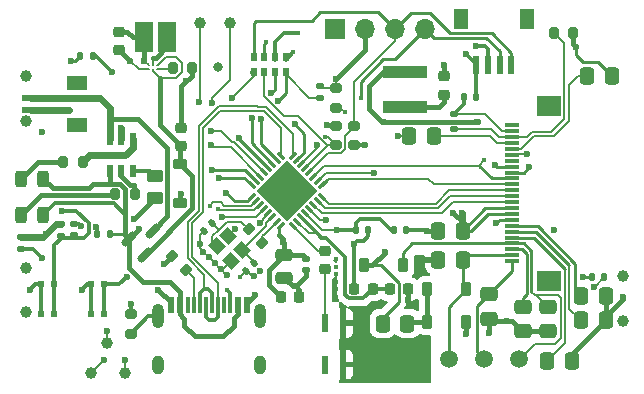
<source format=gbr>
%TF.GenerationSoftware,KiCad,Pcbnew,7.0.11-7.0.11~ubuntu22.04.1*%
%TF.CreationDate,2024-11-26T11:44:11+01:00*%
%TF.ProjectId,H-C6-ulp,482d4336-2d75-46c7-902e-6b696361645f,rev?*%
%TF.SameCoordinates,Original*%
%TF.FileFunction,Copper,L1,Top*%
%TF.FilePolarity,Positive*%
%FSLAX46Y46*%
G04 Gerber Fmt 4.6, Leading zero omitted, Abs format (unit mm)*
G04 Created by KiCad (PCBNEW 7.0.11-7.0.11~ubuntu22.04.1) date 2024-11-26 11:44:11*
%MOMM*%
%LPD*%
G01*
G04 APERTURE LIST*
G04 Aperture macros list*
%AMRoundRect*
0 Rectangle with rounded corners*
0 $1 Rounding radius*
0 $2 $3 $4 $5 $6 $7 $8 $9 X,Y pos of 4 corners*
0 Add a 4 corners polygon primitive as box body*
4,1,4,$2,$3,$4,$5,$6,$7,$8,$9,$2,$3,0*
0 Add four circle primitives for the rounded corners*
1,1,$1+$1,$2,$3*
1,1,$1+$1,$4,$5*
1,1,$1+$1,$6,$7*
1,1,$1+$1,$8,$9*
0 Add four rect primitives between the rounded corners*
20,1,$1+$1,$2,$3,$4,$5,0*
20,1,$1+$1,$4,$5,$6,$7,0*
20,1,$1+$1,$6,$7,$8,$9,0*
20,1,$1+$1,$8,$9,$2,$3,0*%
%AMRotRect*
0 Rectangle, with rotation*
0 The origin of the aperture is its center*
0 $1 length*
0 $2 width*
0 $3 Rotation angle, in degrees counterclockwise*
0 Add horizontal line*
21,1,$1,$2,0,0,$3*%
G04 Aperture macros list end*
%TA.AperFunction,SMDPad,CuDef*%
%ADD10RoundRect,0.135000X-0.135000X-0.185000X0.135000X-0.185000X0.135000X0.185000X-0.135000X0.185000X0*%
%TD*%
%TA.AperFunction,SMDPad,CuDef*%
%ADD11RoundRect,0.250000X0.475000X-0.337500X0.475000X0.337500X-0.475000X0.337500X-0.475000X-0.337500X0*%
%TD*%
%TA.AperFunction,SMDPad,CuDef*%
%ADD12RoundRect,0.225000X-0.375000X0.225000X-0.375000X-0.225000X0.375000X-0.225000X0.375000X0.225000X0*%
%TD*%
%TA.AperFunction,SMDPad,CuDef*%
%ADD13RoundRect,0.135000X0.135000X0.185000X-0.135000X0.185000X-0.135000X-0.185000X0.135000X-0.185000X0*%
%TD*%
%TA.AperFunction,SMDPad,CuDef*%
%ADD14C,1.500000*%
%TD*%
%TA.AperFunction,SMDPad,CuDef*%
%ADD15RoundRect,0.140000X0.140000X0.170000X-0.140000X0.170000X-0.140000X-0.170000X0.140000X-0.170000X0*%
%TD*%
%TA.AperFunction,SMDPad,CuDef*%
%ADD16RoundRect,0.225000X-0.250000X0.225000X-0.250000X-0.225000X0.250000X-0.225000X0.250000X0.225000X0*%
%TD*%
%TA.AperFunction,SMDPad,CuDef*%
%ADD17RoundRect,0.140000X-0.021213X0.219203X-0.219203X0.021213X0.021213X-0.219203X0.219203X-0.021213X0*%
%TD*%
%TA.AperFunction,SMDPad,CuDef*%
%ADD18RoundRect,0.200000X-0.335876X-0.053033X-0.053033X-0.335876X0.335876X0.053033X0.053033X0.335876X0*%
%TD*%
%TA.AperFunction,SMDPad,CuDef*%
%ADD19RoundRect,0.140000X0.170000X-0.140000X0.170000X0.140000X-0.170000X0.140000X-0.170000X-0.140000X0*%
%TD*%
%TA.AperFunction,SMDPad,CuDef*%
%ADD20C,1.000000*%
%TD*%
%TA.AperFunction,SMDPad,CuDef*%
%ADD21RoundRect,0.225000X0.225000X0.375000X-0.225000X0.375000X-0.225000X-0.375000X0.225000X-0.375000X0*%
%TD*%
%TA.AperFunction,SMDPad,CuDef*%
%ADD22RoundRect,0.225000X0.250000X-0.225000X0.250000X0.225000X-0.250000X0.225000X-0.250000X-0.225000X0*%
%TD*%
%TA.AperFunction,SMDPad,CuDef*%
%ADD23R,0.558800X0.990600*%
%TD*%
%TA.AperFunction,SMDPad,CuDef*%
%ADD24R,1.500000X2.500000*%
%TD*%
%TA.AperFunction,SMDPad,CuDef*%
%ADD25R,3.708400X1.092200*%
%TD*%
%TA.AperFunction,SMDPad,CuDef*%
%ADD26R,1.550000X0.600000*%
%TD*%
%TA.AperFunction,SMDPad,CuDef*%
%ADD27R,1.800000X1.200000*%
%TD*%
%TA.AperFunction,SMDPad,CuDef*%
%ADD28RoundRect,0.218750X0.256250X-0.218750X0.256250X0.218750X-0.256250X0.218750X-0.256250X-0.218750X0*%
%TD*%
%TA.AperFunction,SMDPad,CuDef*%
%ADD29RoundRect,0.200000X-0.275000X0.200000X-0.275000X-0.200000X0.275000X-0.200000X0.275000X0.200000X0*%
%TD*%
%TA.AperFunction,SMDPad,CuDef*%
%ADD30RoundRect,0.225000X0.225000X0.250000X-0.225000X0.250000X-0.225000X-0.250000X0.225000X-0.250000X0*%
%TD*%
%TA.AperFunction,SMDPad,CuDef*%
%ADD31R,0.570000X0.550000*%
%TD*%
%TA.AperFunction,SMDPad,CuDef*%
%ADD32RoundRect,0.250000X0.337500X0.475000X-0.337500X0.475000X-0.337500X-0.475000X0.337500X-0.475000X0*%
%TD*%
%TA.AperFunction,SMDPad,CuDef*%
%ADD33RoundRect,0.225000X-0.225000X-0.375000X0.225000X-0.375000X0.225000X0.375000X-0.225000X0.375000X0*%
%TD*%
%TA.AperFunction,SMDPad,CuDef*%
%ADD34RoundRect,0.250000X0.475000X-0.250000X0.475000X0.250000X-0.475000X0.250000X-0.475000X-0.250000X0*%
%TD*%
%TA.AperFunction,SMDPad,CuDef*%
%ADD35RoundRect,0.250000X-0.337500X-0.475000X0.337500X-0.475000X0.337500X0.475000X-0.337500X0.475000X0*%
%TD*%
%TA.AperFunction,SMDPad,CuDef*%
%ADD36RoundRect,0.200000X-0.200000X-0.275000X0.200000X-0.275000X0.200000X0.275000X-0.200000X0.275000X0*%
%TD*%
%TA.AperFunction,SMDPad,CuDef*%
%ADD37RotRect,0.990600X1.193800X45.000000*%
%TD*%
%TA.AperFunction,SMDPad,CuDef*%
%ADD38RoundRect,0.250000X0.450000X-0.262500X0.450000X0.262500X-0.450000X0.262500X-0.450000X-0.262500X0*%
%TD*%
%TA.AperFunction,SMDPad,CuDef*%
%ADD39R,0.600000X1.450000*%
%TD*%
%TA.AperFunction,SMDPad,CuDef*%
%ADD40R,0.300000X1.450000*%
%TD*%
%TA.AperFunction,ComponentPad*%
%ADD41O,1.000000X2.100000*%
%TD*%
%TA.AperFunction,ComponentPad*%
%ADD42O,1.000000X1.600000*%
%TD*%
%TA.AperFunction,ComponentPad*%
%ADD43R,1.700000X1.700000*%
%TD*%
%TA.AperFunction,ComponentPad*%
%ADD44O,1.700000X1.700000*%
%TD*%
%TA.AperFunction,SMDPad,CuDef*%
%ADD45R,0.600000X1.500000*%
%TD*%
%TA.AperFunction,SMDPad,CuDef*%
%ADD46R,0.500000X0.800000*%
%TD*%
%TA.AperFunction,SMDPad,CuDef*%
%ADD47RoundRect,0.243750X-0.243750X-0.456250X0.243750X-0.456250X0.243750X0.456250X-0.243750X0.456250X0*%
%TD*%
%TA.AperFunction,SMDPad,CuDef*%
%ADD48RoundRect,0.140000X0.021213X-0.219203X0.219203X-0.021213X-0.021213X0.219203X-0.219203X0.021213X0*%
%TD*%
%TA.AperFunction,SMDPad,CuDef*%
%ADD49RoundRect,0.200000X0.275000X-0.200000X0.275000X0.200000X-0.275000X0.200000X-0.275000X-0.200000X0*%
%TD*%
%TA.AperFunction,SMDPad,CuDef*%
%ADD50R,1.193800X0.304800*%
%TD*%
%TA.AperFunction,SMDPad,CuDef*%
%ADD51R,2.006600X1.803400*%
%TD*%
%TA.AperFunction,SMDPad,CuDef*%
%ADD52RoundRect,0.135000X0.185000X-0.135000X0.185000X0.135000X-0.185000X0.135000X-0.185000X-0.135000X0*%
%TD*%
%TA.AperFunction,SMDPad,CuDef*%
%ADD53C,0.160000*%
%TD*%
%TA.AperFunction,SMDPad,CuDef*%
%ADD54RoundRect,0.150000X-0.309359X-0.521491X0.521491X0.309359X0.309359X0.521491X-0.521491X-0.309359X0*%
%TD*%
%TA.AperFunction,SMDPad,CuDef*%
%ADD55RoundRect,0.200000X0.335876X0.053033X0.053033X0.335876X-0.335876X-0.053033X-0.053033X-0.335876X0*%
%TD*%
%TA.AperFunction,SMDPad,CuDef*%
%ADD56RoundRect,0.062500X0.282843X-0.194454X-0.194454X0.282843X-0.282843X0.194454X0.194454X-0.282843X0*%
%TD*%
%TA.AperFunction,SMDPad,CuDef*%
%ADD57RoundRect,0.062500X0.282843X0.194454X0.194454X0.282843X-0.282843X-0.194454X-0.194454X-0.282843X0*%
%TD*%
%TA.AperFunction,HeatsinkPad*%
%ADD58RotRect,3.600000X3.600000X135.000000*%
%TD*%
%TA.AperFunction,SMDPad,CuDef*%
%ADD59RoundRect,0.218750X-0.218750X-0.256250X0.218750X-0.256250X0.218750X0.256250X-0.218750X0.256250X0*%
%TD*%
%TA.AperFunction,SMDPad,CuDef*%
%ADD60RoundRect,0.135000X-0.185000X0.135000X-0.185000X-0.135000X0.185000X-0.135000X0.185000X0.135000X0*%
%TD*%
%TA.AperFunction,SMDPad,CuDef*%
%ADD61RoundRect,0.112500X-0.237500X0.112500X-0.237500X-0.112500X0.237500X-0.112500X0.237500X0.112500X0*%
%TD*%
%TA.AperFunction,SMDPad,CuDef*%
%ADD62RoundRect,0.200000X0.200000X0.275000X-0.200000X0.275000X-0.200000X-0.275000X0.200000X-0.275000X0*%
%TD*%
%TA.AperFunction,SMDPad,CuDef*%
%ADD63R,0.600000X1.550000*%
%TD*%
%TA.AperFunction,SMDPad,CuDef*%
%ADD64R,1.200000X1.800000*%
%TD*%
%TA.AperFunction,ComponentPad*%
%ADD65C,1.000000*%
%TD*%
%TA.AperFunction,ViaPad*%
%ADD66C,0.600000*%
%TD*%
%TA.AperFunction,ViaPad*%
%ADD67C,0.450000*%
%TD*%
%TA.AperFunction,ViaPad*%
%ADD68C,0.800000*%
%TD*%
%TA.AperFunction,Conductor*%
%ADD69C,0.300000*%
%TD*%
%TA.AperFunction,Conductor*%
%ADD70C,0.200000*%
%TD*%
%TA.AperFunction,Conductor*%
%ADD71C,0.600000*%
%TD*%
%TA.AperFunction,Conductor*%
%ADD72C,0.400000*%
%TD*%
%TA.AperFunction,Conductor*%
%ADD73C,0.250000*%
%TD*%
G04 APERTURE END LIST*
D10*
%TO.P,R7,1*%
%TO.N,Net-(Q1-G)*%
X153490000Y-55550000D03*
%TO.P,R7,2*%
%TO.N,GND*%
X154510000Y-55550000D03*
%TD*%
D11*
%TO.P,C14,1*%
%TO.N,GND*%
X160600000Y-75387500D03*
%TO.P,C14,2*%
%TO.N,PREVGH*%
X160600000Y-73312500D03*
%TD*%
D12*
%TO.P,D5,1,K*%
%TO.N,VDD*%
X129500000Y-61250000D03*
%TO.P,D5,2,A*%
%TO.N,VBUS*%
X129500000Y-64550000D03*
%TD*%
D13*
%TO.P,R17,1*%
%TO.N,/EPD_RST*%
X165370000Y-70800000D03*
%TO.P,R17,2*%
%TO.N,VDD33*%
X164350000Y-70800000D03*
%TD*%
D10*
%TO.P,R2,1*%
%TO.N,ENABLE*%
X144390000Y-66820000D03*
%TO.P,R2,2*%
%TO.N,VDD33*%
X145410000Y-66820000D03*
%TD*%
D14*
%TO.P,TP1,1,1*%
%TO.N,PREVGH*%
X158200000Y-77700000D03*
%TD*%
D15*
%TO.P,C1,1*%
%TO.N,GND*%
X148570000Y-66820000D03*
%TO.P,C1,2*%
%TO.N,ENABLE*%
X147610000Y-66820000D03*
%TD*%
D16*
%TO.P,C2,1*%
%TO.N,GND*%
X129550000Y-58150000D03*
%TO.P,C2,2*%
%TO.N,VDD*%
X129550000Y-59700000D03*
%TD*%
D17*
%TO.P,C5,1*%
%TO.N,Net-(U1-XTAL_N)*%
X135749411Y-69590589D03*
%TO.P,C5,2*%
%TO.N,GND*%
X135070589Y-70269411D03*
%TD*%
D18*
%TO.P,R6,1*%
%TO.N,Net-(C4-Pad2)*%
X135266637Y-66766637D03*
%TO.P,R6,2*%
%TO.N,Net-(U1-XTAL_P)*%
X136433363Y-67933363D03*
%TD*%
D19*
%TO.P,C23,1*%
%TO.N,BOOT*%
X120450000Y-67260000D03*
%TO.P,C23,2*%
%TO.N,GND*%
X120450000Y-66300000D03*
%TD*%
D20*
%TO.P,TP10,1,1*%
%TO.N,/IO_RX*%
X131200000Y-49250000D03*
%TD*%
D21*
%TO.P,D2,1,K*%
%TO.N,PREVGH*%
X148350000Y-69800000D03*
%TO.P,D2,2,A*%
%TO.N,Net-(D2-A)*%
X145050000Y-69800000D03*
%TD*%
D22*
%TO.P,C3,1*%
%TO.N,GND*%
X124300000Y-51575000D03*
%TO.P,C3,2*%
%TO.N,VDD33*%
X124300000Y-50025000D03*
%TD*%
D23*
%TO.P,U3,1,\u002ACHRG*%
%TO.N,Net-(U3-\u002ACHRG)*%
X125450001Y-59132200D03*
%TO.P,U3,2,GND*%
%TO.N,GND*%
X124500000Y-59132200D03*
%TO.P,U3,3,BAT*%
%TO.N,VBAT*%
X123549999Y-59132200D03*
%TO.P,U3,4,VCC*%
%TO.N,VBUS*%
X123549999Y-61850000D03*
%TO.P,U3,5,\u002ASTDBY*%
%TO.N,Net-(U3-\u002ASTDBY)*%
X124500000Y-61850000D03*
%TO.P,U3,6,PROG*%
%TO.N,Net-(U3-PROG)*%
X125450001Y-61850000D03*
%TD*%
D24*
%TO.P,L2,1,1*%
%TO.N,Net-(U2-SW)*%
X128390000Y-50482525D03*
%TO.P,L2,2,2*%
%TO.N,VDD33*%
X126450000Y-50482525D03*
%TD*%
D10*
%TO.P,R18,1*%
%TO.N,SW18*%
X121040000Y-52050000D03*
%TO.P,R18,2*%
%TO.N,VDD33*%
X122060000Y-52050000D03*
%TD*%
D25*
%TO.P,L3,1,1*%
%TO.N,Net-(D2-A)*%
X148500000Y-53401400D03*
%TO.P,L3,2,2*%
%TO.N,+3V3*%
X148500000Y-56398600D03*
%TD*%
D11*
%TO.P,C8,1*%
%TO.N,GND*%
X155600000Y-74337500D03*
%TO.P,C8,2*%
%TO.N,/VCOM*%
X155600000Y-72262500D03*
%TD*%
D20*
%TO.P,TP6,1,1*%
%TO.N,/IO_21*%
X123300000Y-76350000D03*
%TD*%
D26*
%TO.P,J3,1,1*%
%TO.N,GND*%
X116875000Y-56650000D03*
%TO.P,J3,2,2*%
%TO.N,VBAT*%
X116875000Y-55650000D03*
D27*
%TO.P,J3,MP1,MP1*%
%TO.N,unconnected-(J3-PadMP1)*%
X120750000Y-57950000D03*
%TO.P,J3,MP2,MP2*%
%TO.N,unconnected-(J3-PadMP2)*%
X120750000Y-54350000D03*
%TD*%
D28*
%TO.P,L1,1,1*%
%TO.N,Net-(ANT1-FEEDING_POINT)*%
X141700000Y-70147500D03*
%TO.P,L1,2,2*%
%TO.N,Net-(U1-ANT)*%
X141700000Y-68572500D03*
%TD*%
D29*
%TO.P,R15,1*%
%TO.N,VDD33*%
X142650000Y-57975000D03*
%TO.P,R15,2*%
%TO.N,/SDA*%
X142650000Y-59625000D03*
%TD*%
D30*
%TO.P,C20,1*%
%TO.N,GND*%
X139525000Y-72450000D03*
%TO.P,C20,2*%
%TO.N,VDD33*%
X137975000Y-72450000D03*
%TD*%
D14*
%TO.P,TP2,1,1*%
%TO.N,/VCOM*%
X155200000Y-77700000D03*
%TD*%
D31*
%TO.P,SW2,1,1*%
%TO.N,BOOT*%
X118830000Y-71400000D03*
%TO.P,SW2,2,2*%
%TO.N,GND*%
X117670000Y-71400000D03*
%TO.P,SW2,3,3*%
%TO.N,BOOT*%
X118830000Y-73950000D03*
%TO.P,SW2,4,4*%
%TO.N,GND*%
X117670000Y-73950000D03*
%TD*%
D32*
%TO.P,C11,1*%
%TO.N,GND*%
X162617500Y-77890000D03*
%TO.P,C11,2*%
%TO.N,Net-(C11-Pad2)*%
X160542500Y-77890000D03*
%TD*%
D33*
%TO.P,D1,1,K*%
%TO.N,Net-(D1-K)*%
X150395000Y-71800000D03*
%TO.P,D1,2,A*%
%TO.N,Net-(D1-A)*%
X153695000Y-71800000D03*
%TD*%
D32*
%TO.P,C16,1*%
%TO.N,Net-(D1-K)*%
X148712500Y-74750000D03*
%TO.P,C16,2*%
%TO.N,Net-(D2-A)*%
X146637500Y-74750000D03*
%TD*%
D34*
%TO.P,C18,1*%
%TO.N,GND*%
X138250000Y-70840000D03*
%TO.P,C18,2*%
%TO.N,VDD33*%
X138250000Y-68940000D03*
%TD*%
D32*
%TO.P,C6,1*%
%TO.N,GND*%
X166025000Y-53750000D03*
%TO.P,C6,2*%
%TO.N,Net-(C6-Pad2)*%
X163950000Y-53750000D03*
%TD*%
D16*
%TO.P,C17,1*%
%TO.N,GND*%
X151850000Y-53800000D03*
%TO.P,C17,2*%
%TO.N,+3V3*%
X151850000Y-55350000D03*
%TD*%
D21*
%TO.P,D3,1,K*%
%TO.N,GND*%
X153695000Y-74600000D03*
%TO.P,D3,2,A*%
%TO.N,Net-(D1-K)*%
X150395000Y-74600000D03*
%TD*%
D20*
%TO.P,TP8,1,1*%
%TO.N,/IO_23*%
X124850000Y-78900000D03*
%TD*%
D35*
%TO.P,C7,1*%
%TO.N,GND*%
X148875000Y-58850000D03*
%TO.P,C7,2*%
%TO.N,Net-(C7-Pad2)*%
X150950000Y-58850000D03*
%TD*%
%TO.P,C9,1*%
%TO.N,GND*%
X151312500Y-66875000D03*
%TO.P,C9,2*%
%TO.N,VDD33*%
X153387500Y-66875000D03*
%TD*%
D36*
%TO.P,R3,1*%
%TO.N,Net-(U2-VSEL{slash}MODE)*%
X128850000Y-53087525D03*
%TO.P,R3,2*%
%TO.N,GND*%
X130500000Y-53087525D03*
%TD*%
D37*
%TO.P,X1,1,1*%
%TO.N,Net-(C4-Pad2)*%
X132597917Y-68197917D03*
%TO.P,X1,2,2*%
%TO.N,GND*%
X133800000Y-69400000D03*
%TO.P,X1,3,3*%
%TO.N,Net-(U1-XTAL_N)*%
X134719237Y-68480763D03*
%TO.P,X1,4,4*%
%TO.N,GND*%
X133517154Y-67278680D03*
%TD*%
D29*
%TO.P,R20,1*%
%TO.N,Net-(J1-CC2)*%
X125300000Y-73925000D03*
%TO.P,R20,2*%
%TO.N,GND*%
X125300000Y-75575000D03*
%TD*%
D38*
%TO.P,R12,1*%
%TO.N,GND*%
X127350000Y-64062500D03*
%TO.P,R12,2*%
%TO.N,Net-(U3-PROG)*%
X127350000Y-62237500D03*
%TD*%
D31*
%TO.P,SW1,1,1*%
%TO.N,ENABLE*%
X123060000Y-71400000D03*
%TO.P,SW1,2,2*%
%TO.N,GND*%
X121900000Y-71400000D03*
%TO.P,SW1,3,3*%
%TO.N,ENABLE*%
X123060000Y-73950000D03*
%TO.P,SW1,4,4*%
%TO.N,GND*%
X121900000Y-73950000D03*
%TD*%
D10*
%TO.P,R10,1*%
%TO.N,GND*%
X122480000Y-67130000D03*
%TO.P,R10,2*%
%TO.N,VBUS*%
X123500000Y-67130000D03*
%TD*%
D39*
%TO.P,J1,A1,GND*%
%TO.N,GND*%
X128665000Y-73175000D03*
%TO.P,J1,A4,VBUS*%
%TO.N,VBUS*%
X129465000Y-73175000D03*
D40*
%TO.P,J1,A5,CC1*%
%TO.N,Net-(J1-CC1)*%
X130665000Y-73175000D03*
%TO.P,J1,A6,D+*%
%TO.N,/USB_D+*%
X131665000Y-73175000D03*
%TO.P,J1,A7,D-*%
%TO.N,/USB_D-*%
X132165000Y-73175000D03*
%TO.P,J1,A8,SBU1*%
%TO.N,unconnected-(J1-SBU1-PadA8)*%
X133165000Y-73175000D03*
D39*
%TO.P,J1,A9,VBUS*%
%TO.N,VBUS*%
X134365000Y-73175000D03*
%TO.P,J1,A12,GND*%
%TO.N,GND*%
X135165000Y-73175000D03*
%TO.P,J1,B1,GND*%
X135165000Y-73175000D03*
%TO.P,J1,B4,VBUS*%
%TO.N,VBUS*%
X134365000Y-73175000D03*
D40*
%TO.P,J1,B5,CC2*%
%TO.N,Net-(J1-CC2)*%
X133665000Y-73175000D03*
%TO.P,J1,B6,D+*%
%TO.N,/USB_D+*%
X132665000Y-73175000D03*
%TO.P,J1,B7,D-*%
%TO.N,/USB_D-*%
X131165000Y-73175000D03*
%TO.P,J1,B8,SBU2*%
%TO.N,unconnected-(J1-SBU2-PadB8)*%
X130165000Y-73175000D03*
D39*
%TO.P,J1,B9,VBUS*%
%TO.N,VBUS*%
X129465000Y-73175000D03*
%TO.P,J1,B12,GND*%
%TO.N,GND*%
X128665000Y-73175000D03*
D41*
%TO.P,J1,S1,SHIELD*%
X127595000Y-74090000D03*
D42*
X127595000Y-78270000D03*
D41*
X136235000Y-74090000D03*
D42*
X136235000Y-78270000D03*
%TD*%
D19*
%TO.P,C19,1*%
%TO.N,GND*%
X140170000Y-70210000D03*
%TO.P,C19,2*%
%TO.N,VDD33*%
X140170000Y-69250000D03*
%TD*%
D43*
%TO.P,J5,1,Pin_1*%
%TO.N,GND*%
X142590000Y-49770000D03*
D44*
%TO.P,J5,2,Pin_2*%
%TO.N,VDD33*%
X145130000Y-49770000D03*
%TO.P,J5,3,Pin_3*%
%TO.N,/SCL*%
X147670000Y-49770000D03*
%TO.P,J5,4,Pin_4*%
%TO.N,/SDA*%
X150210000Y-49770000D03*
%TD*%
D45*
%TO.P,ANT1,1,FEEDING_POINT*%
%TO.N,Net-(ANT1-FEEDING_POINT)*%
X141700000Y-74700000D03*
%TO.P,ANT1,2,NC*%
%TO.N,unconnected-(ANT1-NC-Pad2)*%
X141700000Y-78200000D03*
%TO.P,ANT1,3,GND_1*%
%TO.N,GND*%
X143300000Y-78200000D03*
%TO.P,ANT1,4,GND_2*%
X143300000Y-74700000D03*
%TD*%
D20*
%TO.P,TP7,1,1*%
%TO.N,/IO_22*%
X121900000Y-78900000D03*
%TD*%
D46*
%TO.P,Y1,1,VBACKUP*%
%TO.N,VDD_RTC*%
X135700000Y-53400000D03*
%TO.P,Y1,2,SDA*%
%TO.N,/SDA*%
X136600000Y-53400000D03*
%TO.P,Y1,3,~{INT}*%
%TO.N,/RTC_INT*%
X137500000Y-53400000D03*
%TO.P,Y1,4,EVI*%
%TO.N,/RTC_EVI*%
X138400000Y-53400000D03*
%TO.P,Y1,5,VSS*%
%TO.N,GND*%
X138400000Y-52200000D03*
%TO.P,Y1,6,VDD*%
%TO.N,VDD33*%
X137500000Y-52200000D03*
%TO.P,Y1,7,CLKOUT*%
%TO.N,/RTC_SQW*%
X136600000Y-52200000D03*
%TO.P,Y1,8,SCL*%
%TO.N,/SCL*%
X135700000Y-52200000D03*
%TD*%
D32*
%TO.P,C10,1*%
%TO.N,GND*%
X165500000Y-72382500D03*
%TO.P,C10,2*%
%TO.N,Net-(C10-Pad2)*%
X163425000Y-72382500D03*
%TD*%
D47*
%TO.P,D6,1,K*%
%TO.N,Net-(D6-K)*%
X116012500Y-65540000D03*
%TO.P,D6,2,A*%
%TO.N,VBUS*%
X117887500Y-65540000D03*
%TD*%
D48*
%TO.P,C4,1*%
%TO.N,GND*%
X131470589Y-66879411D03*
%TO.P,C4,2*%
%TO.N,Net-(C4-Pad2)*%
X132149411Y-66200589D03*
%TD*%
D49*
%TO.P,R14,1*%
%TO.N,VDD33*%
X144200000Y-59625000D03*
%TO.P,R14,2*%
%TO.N,/SCL*%
X144200000Y-57975000D03*
%TD*%
D50*
%TO.P,J2,1,1*%
%TO.N,/VCOM*%
X157554400Y-69450001D03*
%TO.P,J2,2,2*%
%TO.N,Net-(D1-A)*%
X157554400Y-68950000D03*
%TO.P,J2,3,3*%
%TO.N,Net-(C13-Pad2)*%
X157554400Y-68450001D03*
%TO.P,J2,4,4*%
%TO.N,PREVGH*%
X157554400Y-67949999D03*
%TO.P,J2,5,5*%
%TO.N,Net-(C11-Pad2)*%
X157554400Y-67450000D03*
%TO.P,J2,6,6*%
%TO.N,Net-(C12-Pad2)*%
X157554400Y-66950001D03*
%TO.P,J2,7,7*%
%TO.N,Net-(C10-Pad2)*%
X157554400Y-66450000D03*
%TO.P,J2,8,8*%
%TO.N,GND*%
X157554400Y-65950001D03*
%TO.P,J2,9,9*%
%TO.N,VDD33*%
X157554400Y-65449999D03*
%TO.P,J2,10,10*%
X157554400Y-64950000D03*
%TO.P,J2,11,11*%
%TO.N,/EPD_MOSI*%
X157554400Y-64450001D03*
%TO.P,J2,12,12*%
%TO.N,/EPD_CLK*%
X157554400Y-63950000D03*
%TO.P,J2,13,13*%
%TO.N,/EPD_CS*%
X157554400Y-63450000D03*
%TO.P,J2,14,14*%
%TO.N,/EPD_DC*%
X157554400Y-62949999D03*
%TO.P,J2,15,15*%
%TO.N,/EPD_RST*%
X157554400Y-62450000D03*
%TO.P,J2,16,16*%
%TO.N,/EPD_BUSY*%
X157554400Y-61950001D03*
%TO.P,J2,17,17*%
%TO.N,GND*%
X157554400Y-61449999D03*
%TO.P,J2,18,18*%
%TO.N,unconnected-(J2-Pad18)*%
X157554400Y-60950000D03*
%TO.P,J2,19,19*%
%TO.N,unconnected-(J2-Pad19)*%
X157554400Y-60449999D03*
%TO.P,J2,20,20*%
%TO.N,Net-(C6-Pad2)*%
X157554400Y-59950000D03*
%TO.P,J2,21,21*%
%TO.N,Net-(C7-Pad2)*%
X157554400Y-59450001D03*
%TO.P,J2,22,22*%
%TO.N,Net-(Q1-S)*%
X157554400Y-58949999D03*
%TO.P,J2,23,23*%
%TO.N,Net-(Q1-G)*%
X157554400Y-58450000D03*
%TO.P,J2,24,24*%
%TO.N,unconnected-(J2-Pad24)*%
X157554400Y-57950001D03*
D51*
%TO.P,J2,25*%
%TO.N,N/C*%
X160704399Y-71100000D03*
%TO.P,J2,26*%
X160704399Y-56300000D03*
%TD*%
D52*
%TO.P,R19,1*%
%TO.N,SW19*%
X116000000Y-68460000D03*
%TO.P,R19,2*%
%TO.N,VDD33*%
X116000000Y-67440000D03*
%TD*%
%TO.P,R16,1*%
%TO.N,BOOT*%
X119350000Y-67310000D03*
%TO.P,R16,2*%
%TO.N,VDD33*%
X119350000Y-66290000D03*
%TD*%
D36*
%TO.P,R8,1*%
%TO.N,Net-(Q1-S)*%
X161100000Y-50150000D03*
%TO.P,R8,2*%
%TO.N,GND*%
X162750000Y-50150000D03*
%TD*%
%TO.P,R13,1*%
%TO.N,Net-(D6-K)*%
X124000000Y-63790000D03*
%TO.P,R13,2*%
%TO.N,Net-(U3-\u002ASTDBY)*%
X125650000Y-63790000D03*
%TD*%
D53*
%TO.P,U2,A1,GND*%
%TO.N,GND*%
X126800000Y-53205025D03*
%TO.P,U2,A2,VOS*%
%TO.N,VDD33*%
X126800000Y-52845025D03*
%TO.P,U2,B1,VIN*%
%TO.N,VDD*%
X127150000Y-53205025D03*
%TO.P,U2,B2,SW*%
%TO.N,Net-(U2-SW)*%
X127150000Y-52845025D03*
%TO.P,U2,C1,VSEL/MODE*%
%TO.N,Net-(U2-VSEL{slash}MODE)*%
X127500000Y-53205025D03*
%TO.P,U2,C2,EN*%
%TO.N,VDD*%
X127500000Y-52845025D03*
%TD*%
D54*
%TO.P,Q2,1,G*%
%TO.N,VBUS*%
X125165336Y-67553661D03*
%TO.P,Q2,2,S*%
%TO.N,VDD*%
X126508839Y-68897164D03*
%TO.P,Q2,3,D*%
%TO.N,VBAT*%
X127162913Y-66899587D03*
%TD*%
D35*
%TO.P,C15,1*%
%TO.N,GND*%
X151312500Y-69350000D03*
%TO.P,C15,2*%
%TO.N,Net-(D1-A)*%
X153387500Y-69350000D03*
%TD*%
D55*
%TO.P,R1,1*%
%TO.N,Net-(J1-CC1)*%
X129960000Y-70190000D03*
%TO.P,R1,2*%
%TO.N,GND*%
X128793274Y-69023274D03*
%TD*%
D20*
%TO.P,TP9,1,1*%
%TO.N,/IO_TX*%
X133700000Y-49250000D03*
%TD*%
D56*
%TO.P,U1,1,ANT*%
%TO.N,Net-(U1-ANT)*%
X138993503Y-66453553D03*
%TO.P,U1,2,VDDA3P3*%
%TO.N,Net-(C21-Pad2)*%
X139347056Y-66100000D03*
%TO.P,U1,3,VDDA3P3*%
X139700610Y-65746447D03*
%TO.P,U1,4,CHIP_PU*%
%TO.N,ENABLE*%
X140054163Y-65392893D03*
%TO.P,U1,5,VDDPST1*%
%TO.N,VDD33*%
X140407716Y-65039340D03*
%TO.P,U1,6,GPIO0/XTAL_32K_P/ADC1_CH0*%
%TO.N,/EPD_MOSI*%
X140761270Y-64685787D03*
%TO.P,U1,7,GPIO1/XTAL_32K_N/ADC1_CH1*%
%TO.N,/EPD_CLK*%
X141114823Y-64332233D03*
%TO.P,U1,8,GPIO2/FSPIQ/ADC1_CH2*%
%TO.N,/EPD_CS*%
X141468376Y-63978680D03*
D57*
%TO.P,U1,9,GPIO3/ADC1_CH3*%
%TO.N,/EPD_DC*%
X141468376Y-62988730D03*
%TO.P,U1,10,MTMS/GPIO4/FSPIHD/ADC1_CH4*%
%TO.N,/EPD_BUSY*%
X141114823Y-62635177D03*
%TO.P,U1,11,MTDI/GPIO5/FSPIWP/ADC1_CH5*%
%TO.N,/EPD_RST*%
X140761270Y-62281623D03*
%TO.P,U1,12,MTCK/GPIO6/FSPICLK/ADC1_CH6*%
%TO.N,/SCL*%
X140407716Y-61928070D03*
%TO.P,U1,13,MTDO/GPIO7/FSPID*%
%TO.N,/SDA*%
X140054163Y-61574517D03*
%TO.P,U1,14,GPIO8*%
%TO.N,Net-(U1-GPIO8)*%
X139700610Y-61220963D03*
%TO.P,U1,15,GPIO9*%
%TO.N,BOOT*%
X139347056Y-60867410D03*
%TO.P,U1,16,GPIO12/USB_D-*%
%TO.N,/USB_D-*%
X138993503Y-60513857D03*
D56*
%TO.P,U1,17,GPIO13/USB_D+*%
%TO.N,/USB_D+*%
X138003553Y-60513857D03*
%TO.P,U1,18,GPIO14*%
%TO.N,/RTC_EVI*%
X137650000Y-60867410D03*
%TO.P,U1,19,GPIO15*%
%TO.N,/RTC_INT*%
X137296446Y-61220963D03*
%TO.P,U1,20,VDDPST2*%
%TO.N,VDD33*%
X136942893Y-61574517D03*
%TO.P,U1,21,U0TXD/GPIO16/FSPICS0*%
%TO.N,/IO_TX*%
X136589340Y-61928070D03*
%TO.P,U1,22,U0RXD/GPIO17/FSPICS1*%
%TO.N,/IO_RX*%
X136235786Y-62281623D03*
%TO.P,U1,23,GPIO18/SDIO_CMD/FSPICS2*%
%TO.N,SW18*%
X135882233Y-62635177D03*
%TO.P,U1,24,GPIO19/SDIO_CLK/FSPICS3*%
%TO.N,SW19*%
X135528680Y-62988730D03*
D57*
%TO.P,U1,25,GPIO20/SDIO_DATA0/FSPICS4*%
%TO.N,/RTC_SQW*%
X135528680Y-63978680D03*
%TO.P,U1,26,GPIO21/SDIO_DATA1/FSPICS5*%
%TO.N,/IO_21*%
X135882233Y-64332233D03*
%TO.P,U1,27,GPIO22/SDIO_DATA2*%
%TO.N,/IO_22*%
X136235786Y-64685787D03*
%TO.P,U1,28,GPIO23/SDIO_DATA3*%
%TO.N,/IO_23*%
X136589340Y-65039340D03*
%TO.P,U1,29,VDDA1*%
%TO.N,VDD33*%
X136942893Y-65392893D03*
%TO.P,U1,30,XTAL_N*%
%TO.N,Net-(U1-XTAL_N)*%
X137296446Y-65746447D03*
%TO.P,U1,31,XTAL_P*%
%TO.N,Net-(U1-XTAL_P)*%
X137650000Y-66100000D03*
%TO.P,U1,32,VDDA2*%
%TO.N,VDD33*%
X138003553Y-66453553D03*
D58*
%TO.P,U1,33,GND*%
%TO.N,GND*%
X138498528Y-63483705D03*
%TD*%
D59*
%TO.P,L4,1,1*%
%TO.N,VDD33*%
X144200000Y-71820000D03*
%TO.P,L4,2,2*%
%TO.N,Net-(C21-Pad2)*%
X145775000Y-71820000D03*
%TD*%
D60*
%TO.P,R4,1*%
%TO.N,VDD33*%
X141300000Y-54590000D03*
%TO.P,R4,2*%
%TO.N,/RTC_EVI*%
X141300000Y-55610000D03*
%TD*%
D14*
%TO.P,TP3,1,1*%
%TO.N,Net-(D1-A)*%
X152200000Y-77700000D03*
%TD*%
D49*
%TO.P,R9,1*%
%TO.N,Net-(U1-GPIO8)*%
X142675000Y-56475000D03*
%TO.P,R9,2*%
%TO.N,VDD33*%
X142675000Y-54825000D03*
%TD*%
D61*
%TO.P,Q1,1,G*%
%TO.N,Net-(Q1-G)*%
X152650000Y-57000000D03*
%TO.P,Q1,2,S*%
%TO.N,Net-(Q1-S)*%
X152650000Y-58300000D03*
%TO.P,Q1,3,D*%
%TO.N,Net-(D2-A)*%
X154650000Y-57650000D03*
%TD*%
D32*
%TO.P,C12,1*%
%TO.N,GND*%
X165500000Y-74457500D03*
%TO.P,C12,2*%
%TO.N,Net-(C12-Pad2)*%
X163425000Y-74457500D03*
%TD*%
D47*
%TO.P,D4,1,K*%
%TO.N,Net-(D4-K)*%
X116012500Y-62480000D03*
%TO.P,D4,2,A*%
%TO.N,VBUS*%
X117887500Y-62480000D03*
%TD*%
D30*
%TO.P,C21,1*%
%TO.N,GND*%
X148775000Y-71820000D03*
%TO.P,C21,2*%
%TO.N,Net-(C21-Pad2)*%
X147225000Y-71820000D03*
%TD*%
D11*
%TO.P,C13,1*%
%TO.N,GND*%
X158500000Y-75387500D03*
%TO.P,C13,2*%
%TO.N,Net-(C13-Pad2)*%
X158500000Y-73312500D03*
%TD*%
D62*
%TO.P,R11,1*%
%TO.N,Net-(U3-\u002ACHRG)*%
X121225000Y-61050000D03*
%TO.P,R11,2*%
%TO.N,Net-(D4-K)*%
X119575000Y-61050000D03*
%TD*%
D63*
%TO.P,J4,1,1*%
%TO.N,/SCL*%
X157525000Y-52861000D03*
%TO.P,J4,2,2*%
%TO.N,/SDA*%
X156525000Y-52861000D03*
%TO.P,J4,3,3*%
%TO.N,VDD33*%
X155525000Y-52861000D03*
%TO.P,J4,4,4*%
%TO.N,GND*%
X154525000Y-52861000D03*
D64*
%TO.P,J4,5,MT5*%
%TO.N,unconnected-(J4-MT5-Pad5)*%
X158825000Y-48986000D03*
%TO.P,J4,6,MT6*%
%TO.N,unconnected-(J4-MT6-Pad6)*%
X153225000Y-48986000D03*
%TD*%
D65*
%TO.P,U6,4,4*%
%TO.N,unconnected-(U6-Pad4)*%
X116450000Y-69990000D03*
%TO.P,U6,5,5*%
%TO.N,unconnected-(U6-Pad5)*%
X116450000Y-73790000D03*
%TD*%
%TO.P,U4,4,4*%
%TO.N,unconnected-(U4-Pad4)*%
X116450000Y-53750000D03*
%TO.P,U4,5,5*%
%TO.N,unconnected-(U4-Pad5)*%
X116450000Y-57550000D03*
%TD*%
%TO.P,U5,4,4*%
%TO.N,unconnected-(U5-Pad4)*%
X166980000Y-74500000D03*
%TO.P,U5,5,5*%
%TO.N,unconnected-(U5-Pad5)*%
X166980000Y-70700000D03*
%TD*%
D66*
%TO.N,GND*%
X144975000Y-74421428D03*
X124500000Y-58150000D03*
X134100000Y-66700000D03*
X138750000Y-64000000D03*
X131910000Y-69130000D03*
D67*
X142675000Y-72450000D03*
D66*
X148775000Y-72750000D03*
X128100000Y-69720000D03*
X132410000Y-69620000D03*
X121050000Y-66450000D03*
X144975000Y-77185712D03*
X147900000Y-58850000D03*
X122350000Y-66550000D03*
X144975000Y-76264284D03*
X144975000Y-79028568D03*
X129950000Y-54200000D03*
X144975000Y-78107140D03*
D67*
X142675000Y-71818750D03*
D66*
X155600000Y-75500000D03*
X151850000Y-52850000D03*
D67*
X142675000Y-69925000D03*
D66*
X116750000Y-71850000D03*
X133410000Y-70580000D03*
D67*
X142675000Y-71187500D03*
D66*
X119500000Y-56650000D03*
X120050000Y-56650000D03*
X125570000Y-65850000D03*
X135740000Y-70740000D03*
D67*
X142675000Y-70556250D03*
D66*
X138750000Y-63050000D03*
D67*
X139075000Y-51725000D03*
D66*
X156250000Y-66250000D03*
X156100000Y-61300000D03*
X162975000Y-51325000D03*
X139250000Y-71590000D03*
X144975000Y-73500000D03*
X121150000Y-71850000D03*
X150300000Y-69350000D03*
X150350000Y-66875000D03*
X157125000Y-74500000D03*
D67*
X134520000Y-70780000D03*
D66*
X138750000Y-62220000D03*
X132910000Y-70100000D03*
X135815000Y-72320000D03*
X117750000Y-58500000D03*
X131130000Y-68030000D03*
X166990000Y-72510000D03*
X144975000Y-75342856D03*
X131410000Y-68650000D03*
X125248959Y-52486484D03*
X153680000Y-75600000D03*
X153675000Y-51875000D03*
D67*
X142675000Y-69225000D03*
D66*
X127617525Y-71880000D03*
X136240000Y-70250000D03*
%TO.N,ENABLE*%
X142800000Y-66800000D03*
X124950000Y-70750000D03*
%TO.N,VDD33*%
X123750000Y-53450000D03*
X144200000Y-67980000D03*
X138150000Y-67850000D03*
X153375000Y-65375000D03*
X118113679Y-67163679D03*
X163550000Y-70800000D03*
X136200000Y-66200000D03*
X154547702Y-51227298D03*
X141800000Y-65950000D03*
X126450000Y-52487525D03*
X141871293Y-57896293D03*
X161150000Y-66850000D03*
D67*
X139425000Y-50125000D03*
D66*
X134491404Y-58996490D03*
X142675000Y-54000000D03*
X145100000Y-59650000D03*
X152600000Y-65375000D03*
D68*
X132650000Y-53000000D03*
D66*
%TO.N,Net-(D2-A)*%
X146800000Y-68700000D03*
X146725000Y-57675000D03*
%TO.N,VDD_RTC*%
X133900000Y-55600000D03*
%TO.N,VBUS*%
X126025000Y-66750000D03*
X129577298Y-63727298D03*
%TO.N,SW19*%
X117750000Y-69150000D03*
X132800000Y-62450000D03*
D67*
%TO.N,/EPD_RST*%
X155170000Y-60910000D03*
D66*
X164500000Y-71600000D03*
%TO.N,/EPD_BUSY*%
X145910000Y-61950000D03*
X159000000Y-61500000D03*
%TO.N,unconnected-(J2-Pad19)*%
X158850000Y-60350000D03*
%TO.N,/RTC_EVI*%
X137750000Y-55850000D03*
X136300000Y-57400000D03*
D67*
%TO.N,/RTC_SQW*%
X136761103Y-50877219D03*
D66*
X133400000Y-63650000D03*
%TO.N,Net-(U1-GPIO8)*%
X141054720Y-59654720D03*
D67*
X143400000Y-56850000D03*
%TO.N,/SDA*%
X141755913Y-58930913D03*
X144775000Y-55675000D03*
D66*
%TO.N,/RTC_INT*%
X135550000Y-57350000D03*
X137200000Y-55250000D03*
D67*
%TO.N,/IO_21*%
X132000000Y-64750000D03*
D66*
X123300000Y-75400000D03*
D67*
%TO.N,/IO_22*%
X132701922Y-65034613D03*
D66*
X123050000Y-77800000D03*
%TO.N,/IO_23*%
X133000000Y-65750000D03*
X124850000Y-77800000D03*
%TO.N,/IO_TX*%
X132050000Y-58450000D03*
X132150000Y-56050000D03*
%TO.N,/IO_RX*%
X131050000Y-56000000D03*
X132050000Y-59650000D03*
D67*
%TO.N,Net-(J1-CC2)*%
X133460000Y-71910000D03*
D66*
X125300000Y-73050000D03*
%TO.N,BOOT*%
X119447702Y-65197702D03*
X139200000Y-57850000D03*
%TO.N,SW18*%
X120200000Y-52500000D03*
X132150000Y-61700000D03*
%TD*%
D69*
%TO.N,Net-(Q1-G)*%
X152650000Y-57000000D02*
X153490000Y-56160000D01*
X153490000Y-56160000D02*
X153490000Y-55550000D01*
%TO.N,GND*%
X154525000Y-54845000D02*
X154510000Y-54860000D01*
X154510000Y-54860000D02*
X154510000Y-55550000D01*
D70*
%TO.N,Net-(ANT1-FEEDING_POINT)*%
X141700000Y-70150000D02*
X141700000Y-74700000D01*
D71*
%TO.N,GND*%
X116825000Y-56650000D02*
X120050000Y-56650000D01*
D72*
X139250000Y-71590000D02*
X139000000Y-71590000D01*
D73*
X166025000Y-53750000D02*
X165780000Y-53750000D01*
D69*
X122480000Y-66680000D02*
X122350000Y-66550000D01*
D72*
X166990000Y-72630000D02*
X166990000Y-72510000D01*
D70*
X132410000Y-69620000D02*
X132400000Y-69620000D01*
D69*
X154525000Y-52861000D02*
X154525000Y-52725000D01*
D72*
X157137500Y-74512500D02*
X157125000Y-74500000D01*
D70*
X131910000Y-69130000D02*
X131890000Y-69130000D01*
D72*
X162750000Y-50150000D02*
X162750000Y-51100000D01*
D70*
X132400000Y-69620000D02*
X131910000Y-69130000D01*
D72*
X157125000Y-74500000D02*
X157612500Y-74500000D01*
D69*
X138400000Y-52400000D02*
X139075000Y-51725000D01*
D70*
X148875000Y-58850000D02*
X147900000Y-58850000D01*
D72*
X128793274Y-69026726D02*
X128100000Y-69720000D01*
X165500000Y-74120000D02*
X166212500Y-73407500D01*
X151312500Y-69350000D02*
X150300000Y-69350000D01*
X139000000Y-71590000D02*
X138250000Y-70840000D01*
D69*
X126785000Y-74090000D02*
X125300000Y-75575000D01*
X127595000Y-74090000D02*
X126785000Y-74090000D01*
D72*
X140170000Y-70670000D02*
X140170000Y-70210000D01*
D73*
X156249999Y-61449999D02*
X156100000Y-61300000D01*
D70*
X131130000Y-68030000D02*
X131130000Y-68370000D01*
D72*
X162750000Y-51100000D02*
X162975000Y-51325000D01*
D69*
X120900000Y-66300000D02*
X121050000Y-66450000D01*
X117670000Y-71400000D02*
X117200000Y-71400000D01*
D71*
X124500000Y-59132200D02*
X124500000Y-58150000D01*
D72*
X124300000Y-51575000D02*
X124337475Y-51575000D01*
D69*
X121900000Y-71400000D02*
X121900000Y-73950000D01*
D72*
X165500000Y-74457500D02*
X165500000Y-74932500D01*
D73*
X157554400Y-65950001D02*
X156549999Y-65950001D01*
D72*
X128665000Y-72927475D02*
X127617525Y-71880000D01*
D73*
X157554400Y-61449999D02*
X156249999Y-61449999D01*
D72*
X155762500Y-74500000D02*
X155600000Y-74337500D01*
D73*
X162975000Y-52025000D02*
X162975000Y-51325000D01*
D72*
X127350000Y-64062500D02*
X125570000Y-65842500D01*
X124337475Y-51575000D02*
X125248959Y-52486484D01*
D70*
X126800000Y-53205025D02*
X125967500Y-53205025D01*
X133390000Y-70580000D02*
X132910000Y-70100000D01*
D69*
X154525000Y-54845000D02*
X154525000Y-52861000D01*
D72*
X151312500Y-66875000D02*
X150350000Y-66875000D01*
D69*
X148900000Y-66820000D02*
X150295000Y-66820000D01*
D72*
X130500000Y-53800000D02*
X130250000Y-54050000D01*
D73*
X164885000Y-52610000D02*
X163560000Y-52610000D01*
D72*
X157612500Y-74500000D02*
X158500000Y-75387500D01*
D70*
X125967500Y-53205025D02*
X125248959Y-52486484D01*
D72*
X155337500Y-74600000D02*
X155600000Y-74337500D01*
X162617500Y-77890000D02*
X162617500Y-77340000D01*
D69*
X121600000Y-71400000D02*
X121150000Y-71850000D01*
D72*
X128793274Y-69023274D02*
X128793274Y-69026726D01*
D70*
X133521320Y-67278680D02*
X134100000Y-66700000D01*
X131890000Y-69130000D02*
X131410000Y-68650000D01*
D73*
X156549999Y-65950001D02*
X156250000Y-66250000D01*
D69*
X154525000Y-52725000D02*
X153675000Y-51875000D01*
D70*
X133410000Y-70580000D02*
X133390000Y-70580000D01*
D72*
X151850000Y-53800000D02*
X151850000Y-52850000D01*
D70*
X135740000Y-70740000D02*
X135541178Y-70740000D01*
D72*
X157125000Y-74500000D02*
X155762500Y-74500000D01*
D73*
X163560000Y-52610000D02*
X162975000Y-52025000D01*
D72*
X135165000Y-72970000D02*
X135815000Y-72320000D01*
D69*
X150295000Y-66820000D02*
X150350000Y-66875000D01*
X121900000Y-71400000D02*
X121600000Y-71400000D01*
D70*
X131130000Y-67220000D02*
X131470589Y-66879411D01*
D72*
X158500000Y-75387500D02*
X160600000Y-75387500D01*
D69*
X117200000Y-71400000D02*
X116750000Y-71850000D01*
D70*
X132910000Y-70100000D02*
X132890000Y-70100000D01*
D72*
X166212500Y-73407500D02*
X166990000Y-72630000D01*
X128665000Y-73175000D02*
X128665000Y-72927475D01*
X153695000Y-75585000D02*
X153680000Y-75600000D01*
D69*
X120450000Y-66300000D02*
X120900000Y-66300000D01*
D70*
X132910000Y-70100000D02*
X133100000Y-70100000D01*
X131130000Y-68030000D02*
X131130000Y-67220000D01*
D72*
X155600000Y-74337500D02*
X155600000Y-75500000D01*
X139525000Y-72450000D02*
X139525000Y-71865000D01*
D70*
X135541178Y-70740000D02*
X135070589Y-70269411D01*
X131130000Y-68370000D02*
X131410000Y-68650000D01*
D72*
X135165000Y-73175000D02*
X135165000Y-72970000D01*
X125570000Y-65842500D02*
X125570000Y-65850000D01*
X129550000Y-54600000D02*
X129950000Y-54200000D01*
D70*
X135070589Y-70269411D02*
X135030589Y-70269411D01*
D72*
X129550000Y-58150000D02*
X129550000Y-54600000D01*
D70*
X133517154Y-67278680D02*
X133521320Y-67278680D01*
D72*
X130500000Y-53087525D02*
X130500000Y-53800000D01*
D73*
X166025000Y-53750000D02*
X164885000Y-52610000D01*
D72*
X162617500Y-77340000D02*
X165500000Y-74457500D01*
D69*
X117670000Y-73950000D02*
X117670000Y-71400000D01*
D70*
X132890000Y-70100000D02*
X132410000Y-69620000D01*
D72*
X148775000Y-71820000D02*
X148775000Y-72750000D01*
D69*
X122480000Y-67130000D02*
X122480000Y-66680000D01*
D70*
X135030589Y-70269411D02*
X134520000Y-70780000D01*
D72*
X139525000Y-71865000D02*
X139250000Y-71590000D01*
D70*
X133100000Y-70100000D02*
X133800000Y-69400000D01*
D72*
X153695000Y-74600000D02*
X153704443Y-74609443D01*
X165500000Y-72382500D02*
X165500000Y-74457500D01*
X139250000Y-71590000D02*
X140170000Y-70670000D01*
X153695000Y-74600000D02*
X153695000Y-75585000D01*
D69*
%TO.N,ENABLE*%
X123060000Y-71400000D02*
X123060000Y-73950000D01*
X144390000Y-66210000D02*
X144390000Y-66820000D01*
X142800000Y-66800000D02*
X144275000Y-66800000D01*
X124300000Y-71400000D02*
X123060000Y-71400000D01*
D70*
X142500000Y-66800000D02*
X141461270Y-66800000D01*
D69*
X144720000Y-65880000D02*
X144390000Y-66210000D01*
X147350000Y-66820000D02*
X146410000Y-65880000D01*
X124950000Y-70750000D02*
X124300000Y-71400000D01*
X146410000Y-65880000D02*
X144720000Y-65880000D01*
D70*
X141461270Y-66800000D02*
X140054163Y-65392893D01*
D72*
%TO.N,VDD*%
X129500000Y-59750000D02*
X129550000Y-59700000D01*
X130500000Y-64969408D02*
X130500000Y-62250000D01*
X126572244Y-68897164D02*
X130500000Y-64969408D01*
D70*
X127763775Y-53963775D02*
X129136225Y-53963775D01*
X127592500Y-52845025D02*
X127500000Y-52845025D01*
D72*
X127763775Y-53963775D02*
X127763775Y-57913775D01*
D70*
X128287525Y-52150000D02*
X127592500Y-52845025D01*
D72*
X126508839Y-68897164D02*
X126572244Y-68897164D01*
X127763775Y-57913775D02*
X129550000Y-59700000D01*
X130500000Y-62250000D02*
X129500000Y-61250000D01*
D70*
X129136225Y-53963775D02*
X129650000Y-53450000D01*
X129650000Y-52650000D02*
X129150000Y-52150000D01*
X129150000Y-52150000D02*
X128287525Y-52150000D01*
X127150000Y-53205025D02*
X127150000Y-53350000D01*
X129650000Y-53450000D02*
X129650000Y-52650000D01*
X127150000Y-53350000D02*
X127763775Y-53963775D01*
D72*
X129500000Y-61250000D02*
X129500000Y-59750000D01*
%TO.N,VDD33*%
X138250000Y-67950000D02*
X138150000Y-67850000D01*
X145130000Y-49770000D02*
X145130000Y-51545000D01*
X138250000Y-68940000D02*
X139860000Y-68940000D01*
D69*
X144200000Y-67980000D02*
X144460000Y-67720000D01*
D72*
X125446250Y-50482525D02*
X124988725Y-50025000D01*
D70*
X136942893Y-65392893D02*
X136457906Y-65877880D01*
D69*
X122350000Y-52050000D02*
X123750000Y-53450000D01*
X155525000Y-51485000D02*
X155525000Y-52861000D01*
X137500000Y-50875000D02*
X138250000Y-50125000D01*
D72*
X138250000Y-68940000D02*
X136970000Y-70220000D01*
D73*
X136924517Y-61574517D02*
X134491404Y-59141404D01*
D70*
X136457906Y-65877880D02*
X136457906Y-65942094D01*
D69*
X154547702Y-51227298D02*
X155267298Y-51227298D01*
D71*
X117837358Y-67440000D02*
X118113679Y-67163679D01*
D70*
X126800000Y-52845025D02*
X126800000Y-52837525D01*
X142675000Y-54825000D02*
X141535000Y-54825000D01*
D73*
X136942893Y-61574517D02*
X136924517Y-61574517D01*
D72*
X126450000Y-50482525D02*
X125446250Y-50482525D01*
D70*
X137850000Y-66607106D02*
X138003553Y-66453553D01*
D72*
X138150000Y-67850000D02*
X138150000Y-67550000D01*
D73*
X134491404Y-59141404D02*
X134491404Y-58996490D01*
X155550001Y-65449999D02*
X154125000Y-66875000D01*
D71*
X118987358Y-66290000D02*
X119350000Y-66290000D01*
D72*
X153387500Y-66875000D02*
X153387500Y-65387500D01*
D69*
X144200000Y-59625000D02*
X145075000Y-59625000D01*
D70*
X140410912Y-65039340D02*
X141321572Y-65950000D01*
D72*
X138250000Y-68940000D02*
X138250000Y-67950000D01*
D70*
X142675000Y-54000000D02*
X142610000Y-54000000D01*
D69*
X144200000Y-71820000D02*
X144200000Y-67980000D01*
D70*
X141321572Y-65950000D02*
X141800000Y-65950000D01*
D72*
X153387500Y-66875000D02*
X153525000Y-66875000D01*
X124988725Y-50025000D02*
X124300000Y-50025000D01*
D70*
X142675000Y-54000000D02*
X142675000Y-54825000D01*
D73*
X163550000Y-70800000D02*
X164350000Y-70800000D01*
D72*
X145130000Y-51545000D02*
X142675000Y-54000000D01*
X126450000Y-50482525D02*
X126450000Y-52487525D01*
D73*
X157554400Y-64950000D02*
X155312500Y-64950000D01*
D69*
X155267298Y-51227298D02*
X155525000Y-51485000D01*
D72*
X136970000Y-70220000D02*
X136970000Y-71445000D01*
X138150000Y-67550000D02*
X137850000Y-67250000D01*
D69*
X137500000Y-52400000D02*
X137500000Y-50875000D01*
D73*
X155312500Y-64950000D02*
X153387500Y-66875000D01*
D70*
X136457906Y-65942094D02*
X136200000Y-66200000D01*
X126800000Y-52837525D02*
X126450000Y-52487525D01*
D69*
X145410000Y-67355000D02*
X145410000Y-66820000D01*
D70*
X141535000Y-54825000D02*
X141300000Y-54590000D01*
D69*
X144460000Y-67720000D02*
X145045000Y-67720000D01*
D71*
X118113679Y-67163679D02*
X118987358Y-66290000D01*
D69*
X122060000Y-52050000D02*
X122350000Y-52050000D01*
D72*
X139860000Y-68940000D02*
X140170000Y-69250000D01*
D73*
X137850000Y-67250000D02*
X137850000Y-66607106D01*
D69*
X141950000Y-57975000D02*
X141871293Y-57896293D01*
D73*
X154125000Y-66875000D02*
X153387500Y-66875000D01*
D72*
X153387500Y-66162500D02*
X152600000Y-65375000D01*
D69*
X145075000Y-59625000D02*
X145100000Y-59650000D01*
D72*
X153387500Y-65387500D02*
X153375000Y-65375000D01*
D69*
X138250000Y-50125000D02*
X139425000Y-50125000D01*
D73*
X157554400Y-65449999D02*
X155550001Y-65449999D01*
D69*
X145045000Y-67720000D02*
X145410000Y-67355000D01*
X142650000Y-57975000D02*
X141950000Y-57975000D01*
D72*
X136970000Y-71445000D02*
X137975000Y-72450000D01*
X153387500Y-66875000D02*
X153387500Y-66162500D01*
D71*
X116000000Y-67440000D02*
X117837358Y-67440000D01*
D70*
X140407716Y-65039340D02*
X140410912Y-65039340D01*
%TO.N,Net-(C4-Pad2)*%
X132175845Y-67354155D02*
X132735000Y-66795000D01*
X133430000Y-66100000D02*
X132735000Y-66795000D01*
X132149411Y-66200589D02*
X132735000Y-66786178D01*
X132597917Y-68197917D02*
X132175845Y-67775845D01*
X132735000Y-66786178D02*
X132735000Y-66795000D01*
X132175845Y-67775845D02*
X132175845Y-67640000D01*
X135266637Y-66766637D02*
X134600000Y-66100000D01*
X132175845Y-67640000D02*
X132175845Y-67354155D01*
X134600000Y-66100000D02*
X133430000Y-66100000D01*
%TO.N,Net-(U1-XTAL_N)*%
X137253553Y-65746447D02*
X136750000Y-66250000D01*
X135749411Y-69510937D02*
X134719237Y-68480763D01*
X136750000Y-66450000D02*
X136750000Y-66250000D01*
X137296446Y-65746447D02*
X137253553Y-65746447D01*
X134719237Y-68480763D02*
X136750000Y-66450000D01*
%TO.N,Net-(C6-Pad2)*%
X159451300Y-58850000D02*
X161150000Y-58850000D01*
X158351300Y-59950000D02*
X159451300Y-58850000D01*
X161150000Y-58850000D02*
X162400000Y-57600000D01*
X163150000Y-53750000D02*
X163950000Y-53750000D01*
X157554400Y-59950000D02*
X158351300Y-59950000D01*
X162400000Y-54500000D02*
X163150000Y-53750000D01*
X162400000Y-57600000D02*
X162400000Y-54500000D01*
%TO.N,Net-(C7-Pad2)*%
X156300001Y-59450001D02*
X157554400Y-59450001D01*
X150950000Y-58850000D02*
X155700000Y-58850000D01*
X155700000Y-58850000D02*
X156300001Y-59450001D01*
D73*
%TO.N,/VCOM*%
X157554400Y-69450001D02*
X157554400Y-70308100D01*
X155600000Y-72262500D02*
X154600000Y-73262500D01*
X154600000Y-73262500D02*
X154600000Y-77100000D01*
X154600000Y-77100000D02*
X155200000Y-77700000D01*
X157554400Y-70308100D02*
X155600000Y-72262500D01*
D72*
%TO.N,+3V3*%
X151401400Y-56398600D02*
X151850000Y-55950000D01*
X151850000Y-55950000D02*
X151850000Y-55350000D01*
X148500000Y-56398600D02*
X151401400Y-56398600D01*
D73*
%TO.N,Net-(C10-Pad2)*%
X162950000Y-69650000D02*
X162950000Y-71907500D01*
X159750000Y-66450000D02*
X162950000Y-69650000D01*
X157554400Y-66450000D02*
X159750000Y-66450000D01*
D70*
%TO.N,Net-(C11-Pad2)*%
X162060000Y-70100000D02*
X162060000Y-76372500D01*
D73*
X159410000Y-67450000D02*
X162060000Y-70100000D01*
D70*
X162060000Y-76372500D02*
X160542500Y-77890000D01*
D73*
X157554400Y-67450000D02*
X159410000Y-67450000D01*
D70*
%TO.N,Net-(C12-Pad2)*%
X163425000Y-74457500D02*
X162435000Y-73467500D01*
D73*
X157554400Y-66950001D02*
X159585001Y-66950001D01*
D70*
X162435000Y-73467500D02*
X162435000Y-69800000D01*
D73*
X159585001Y-66950001D02*
X162435000Y-69800000D01*
%TO.N,Net-(C13-Pad2)*%
X158401300Y-68450001D02*
X158825000Y-68873701D01*
X158825000Y-72225000D02*
X158500000Y-72550000D01*
X158825000Y-68873701D02*
X158825000Y-72225000D01*
X158500000Y-72550000D02*
X158500000Y-73312500D01*
X157554400Y-68450001D02*
X158401300Y-68450001D01*
D70*
%TO.N,PREVGH*%
X159499399Y-72300000D02*
X159587500Y-72300000D01*
D73*
X149150001Y-67949999D02*
X148350000Y-68750000D01*
X157554400Y-67949999D02*
X158574999Y-67949999D01*
D70*
X161450000Y-72300000D02*
X161710000Y-72560000D01*
X161710000Y-75940000D02*
X161190000Y-76460000D01*
X161190000Y-76460000D02*
X159550000Y-76460000D01*
D73*
X158574999Y-67949999D02*
X159225000Y-68600000D01*
D70*
X161710000Y-72560000D02*
X161710000Y-75940000D01*
X159587500Y-72300000D02*
X160600000Y-73312500D01*
D73*
X148350000Y-68750000D02*
X148350000Y-69800000D01*
D70*
X159225000Y-72025601D02*
X159499399Y-72300000D01*
X159550000Y-76460000D02*
X158200000Y-77810000D01*
D73*
X159225000Y-68600000D02*
X159225000Y-72025601D01*
X157554400Y-67949999D02*
X149150001Y-67949999D01*
D70*
X159499399Y-72300000D02*
X161450000Y-72300000D01*
D73*
%TO.N,Net-(D1-A)*%
X152200000Y-73295000D02*
X152200000Y-77700000D01*
X153787500Y-68950000D02*
X157554400Y-68950000D01*
X153387500Y-69350000D02*
X153387500Y-71492500D01*
X153695000Y-71800000D02*
X152200000Y-73295000D01*
X153387500Y-71492500D02*
X153695000Y-71800000D01*
D72*
%TO.N,Net-(D1-K)*%
X150395000Y-71800000D02*
X150395000Y-74600000D01*
X150270000Y-74475000D02*
X150395000Y-74600000D01*
X150395000Y-74600000D02*
X148862500Y-74600000D01*
X148862500Y-74600000D02*
X148712500Y-74750000D01*
%TO.N,Net-(D2-A)*%
X145725000Y-69800000D02*
X146800000Y-68725000D01*
X148500000Y-53401400D02*
X146648600Y-53401400D01*
X146648600Y-53401400D02*
X145450000Y-54600000D01*
D73*
X146500000Y-69800000D02*
X145725000Y-69800000D01*
D72*
X145450000Y-56548900D02*
X146551100Y-57650000D01*
D73*
X148000000Y-72900000D02*
X146637500Y-74262500D01*
D70*
X146800000Y-68725000D02*
X146800000Y-68700000D01*
D73*
X148000000Y-71300000D02*
X146500000Y-69800000D01*
X146637500Y-74262500D02*
X146637500Y-74750000D01*
D72*
X146551100Y-57650000D02*
X154650000Y-57650000D01*
X145450000Y-54600000D02*
X145450000Y-56548900D01*
X145725000Y-69800000D02*
X145050000Y-69800000D01*
D73*
X148000000Y-72900000D02*
X148000000Y-71300000D01*
D69*
%TO.N,Net-(C21-Pad2)*%
X143760314Y-72595000D02*
X143450000Y-72284686D01*
D70*
X141050000Y-67100000D02*
X141200000Y-67250000D01*
X140350000Y-67100000D02*
X141050000Y-67100000D01*
D69*
X143450000Y-69110314D02*
X141789686Y-67450000D01*
X145000000Y-72595000D02*
X143760314Y-72595000D01*
X145775000Y-71820000D02*
X145000000Y-72595000D01*
X143450000Y-72284686D02*
X143450000Y-69110314D01*
D70*
X139347056Y-66100000D02*
X139350000Y-66100000D01*
D69*
X141200000Y-67250000D02*
X139700610Y-65750610D01*
X139700610Y-65750610D02*
X139700610Y-65746447D01*
X147225000Y-71820000D02*
X145775000Y-71820000D01*
D70*
X139350000Y-66100000D02*
X140350000Y-67100000D01*
X139347056Y-66100000D02*
X139347056Y-66147056D01*
X141690202Y-67450000D02*
X141789686Y-67450000D01*
D69*
X141400000Y-67450000D02*
X141200000Y-67250000D01*
X141789686Y-67450000D02*
X141400000Y-67450000D01*
D70*
%TO.N,VDD_RTC*%
X133900000Y-55600000D02*
X135700000Y-53800000D01*
D72*
X135700000Y-53400000D02*
X135600000Y-53400000D01*
D70*
X135700000Y-53800000D02*
X135700000Y-53400000D01*
D72*
%TO.N,Net-(D4-K)*%
X119575000Y-61050000D02*
X117442500Y-61050000D01*
X117442500Y-61050000D02*
X116012500Y-62480000D01*
%TO.N,VBUS*%
X123727817Y-62923118D02*
X122099065Y-62923118D01*
X123549999Y-61850000D02*
X123549999Y-62745300D01*
X123727817Y-62923118D02*
X124391475Y-62923118D01*
X122099065Y-62923118D02*
X121747183Y-63275000D01*
X129465000Y-73175000D02*
X129465000Y-73963984D01*
X134365000Y-73963984D02*
X134030000Y-74298984D01*
D69*
X124820000Y-65500000D02*
X123885000Y-64565000D01*
D72*
X125968997Y-66750000D02*
X125165336Y-67553661D01*
X129815000Y-74313984D02*
X129815000Y-74920000D01*
X124820000Y-63351642D02*
X124820000Y-65500000D01*
X124820000Y-65500000D02*
X124820000Y-67208325D01*
X118682500Y-63275000D02*
X117887500Y-62480000D01*
X123549999Y-62745300D02*
X123727817Y-62923118D01*
X134365000Y-73175000D02*
X134365000Y-73963984D01*
X124820000Y-67208325D02*
X125165336Y-67553661D01*
X133130000Y-75820000D02*
X134030000Y-74920000D01*
X121747183Y-63275000D02*
X118682500Y-63275000D01*
D69*
X118862500Y-64565000D02*
X117887500Y-65540000D01*
D72*
X129500000Y-63804596D02*
X129577298Y-63727298D01*
D73*
X124741675Y-67130000D02*
X125165336Y-67553661D01*
D72*
X128635000Y-71220000D02*
X126364364Y-71220000D01*
X129500000Y-64550000D02*
X129500000Y-63804596D01*
X130715000Y-75820000D02*
X133130000Y-75820000D01*
X129465000Y-73175000D02*
X129465000Y-72050000D01*
X129465000Y-72050000D02*
X128635000Y-71220000D01*
X134030000Y-74298984D02*
X134030000Y-74920000D01*
X124391475Y-62923118D02*
X124820000Y-63351642D01*
D73*
X123500000Y-67130000D02*
X124741675Y-67130000D01*
D69*
X123885000Y-64565000D02*
X118862500Y-64565000D01*
D72*
X125165336Y-70020972D02*
X125165336Y-67553661D01*
X129815000Y-74920000D02*
X130715000Y-75820000D01*
X126025000Y-66750000D02*
X125968997Y-66750000D01*
X126364364Y-71220000D02*
X125165336Y-70020972D01*
X129465000Y-73963984D02*
X129815000Y-74313984D01*
%TO.N,Net-(D6-K)*%
X124000000Y-63790000D02*
X123965000Y-63825000D01*
X123965000Y-63825000D02*
X117727500Y-63825000D01*
X117727500Y-63825000D02*
X116012500Y-65540000D01*
D70*
%TO.N,Net-(J1-CC1)*%
X130665000Y-70895000D02*
X129960000Y-70190000D01*
X130665000Y-73175000D02*
X130665000Y-70895000D01*
D69*
%TO.N,/USB_D+*%
X131665000Y-73175000D02*
X131665000Y-74200000D01*
D70*
X132840760Y-56750000D02*
X136569239Y-56750000D01*
D69*
X131935000Y-74470000D02*
X132395000Y-74470000D01*
D70*
X130476708Y-69076708D02*
X130476708Y-66253292D01*
X132665000Y-71265000D02*
X130476708Y-69076708D01*
X130476708Y-66253292D02*
X131450000Y-65280000D01*
X136569239Y-56750000D02*
X138003553Y-58184314D01*
X131450000Y-58140760D02*
X132840760Y-56750000D01*
X131450000Y-65280000D02*
X131450000Y-58140760D01*
X138003553Y-58184314D02*
X138003553Y-60513857D01*
D69*
X132395000Y-74470000D02*
X132665000Y-74200000D01*
X132665000Y-74200000D02*
X132665000Y-73175000D01*
X131665000Y-74200000D02*
X131935000Y-74470000D01*
D70*
X132665000Y-73175000D02*
X132665000Y-71265000D01*
D69*
%TO.N,/USB_D-*%
X131505000Y-71790000D02*
X131805000Y-71790000D01*
X131165000Y-73175000D02*
X131165000Y-72130000D01*
D70*
X136022893Y-56322893D02*
X132772892Y-56322893D01*
D69*
X131165000Y-72130000D02*
X131505000Y-71790000D01*
D70*
X136100000Y-56400000D02*
X136022893Y-56322893D01*
X131050000Y-58045786D02*
X131050000Y-65185026D01*
D69*
X131805000Y-71790000D02*
X131835000Y-71820000D01*
D70*
X130126708Y-66108318D02*
X130126708Y-69221683D01*
D69*
X131835000Y-71820000D02*
X132165000Y-72150000D01*
D70*
X132772892Y-56322893D02*
X131050000Y-58045786D01*
X138993503Y-60513857D02*
X138993503Y-58679290D01*
X131050000Y-65185026D02*
X130126708Y-66108318D01*
X130126708Y-69221683D02*
X131505000Y-70599974D01*
X138993503Y-58679290D02*
X136714213Y-56400000D01*
X136714213Y-56400000D02*
X136100000Y-56400000D01*
X131505000Y-70599974D02*
X131505000Y-71790000D01*
D69*
X132165000Y-72150000D02*
X132165000Y-73175000D01*
D70*
%TO.N,SW19*%
X135528680Y-62988730D02*
X135528680Y-62978680D01*
D69*
X116000000Y-68460000D02*
X117060000Y-68460000D01*
X117060000Y-68460000D02*
X117750000Y-69150000D01*
D73*
X135089950Y-62550000D02*
X135528680Y-62988730D01*
X135050000Y-62550000D02*
X135089950Y-62550000D01*
X134950000Y-62450000D02*
X135050000Y-62550000D01*
X132800000Y-62450000D02*
X134950000Y-62450000D01*
D70*
%TO.N,/EPD_MOSI*%
X140761270Y-64685787D02*
X141461536Y-65386053D01*
X151663947Y-65386053D02*
X152599999Y-64450001D01*
X152599999Y-64450001D02*
X157554400Y-64450001D01*
X141461536Y-65386053D02*
X151663947Y-65386053D01*
%TO.N,/EPD_CLK*%
X141114823Y-64332233D02*
X141768644Y-64986054D01*
X151313946Y-64986054D02*
X152350000Y-63950000D01*
X152350000Y-63950000D02*
X157554400Y-63950000D01*
X141768644Y-64986054D02*
X151313946Y-64986054D01*
%TO.N,/EPD_CS*%
X142079696Y-64590000D02*
X151110000Y-64590000D01*
X141468376Y-63978680D02*
X142079696Y-64590000D01*
X152250000Y-63450000D02*
X157554400Y-63450000D01*
X151110000Y-64590000D02*
X152250000Y-63450000D01*
%TO.N,/EPD_DC*%
X150500000Y-62500000D02*
X150949999Y-62949999D01*
D73*
X141468376Y-62988730D02*
X141511270Y-62988730D01*
D70*
X141950000Y-62550000D02*
X142000000Y-62500000D01*
X150949999Y-62949999D02*
X157554400Y-62949999D01*
X142000000Y-62500000D02*
X150500000Y-62500000D01*
D73*
X141511270Y-62988730D02*
X141950000Y-62550000D01*
D70*
%TO.N,/EPD_RST*%
X155170000Y-60920000D02*
X154740000Y-61350000D01*
X164500000Y-71600000D02*
X164570000Y-71600000D01*
X154740000Y-61350000D02*
X141692893Y-61350000D01*
X155170000Y-60910000D02*
X155170000Y-60920000D01*
X164570000Y-71600000D02*
X165370000Y-70800000D01*
D73*
X155840000Y-62450000D02*
X154740000Y-61350000D01*
D70*
X141692893Y-61350000D02*
X140761270Y-62281623D01*
D73*
X157554400Y-62450000D02*
X155840000Y-62450000D01*
%TO.N,/EPD_BUSY*%
X157554400Y-61950001D02*
X158549999Y-61950001D01*
D70*
X141114823Y-62635177D02*
X141800000Y-61950000D01*
X141800000Y-61950000D02*
X145910000Y-61950000D01*
D73*
X158549999Y-61950001D02*
X159000000Y-61500000D01*
D70*
%TO.N,unconnected-(J2-Pad19)*%
X157554400Y-60349999D02*
X158850000Y-60350000D01*
%TO.N,Net-(Q1-S)*%
X161957699Y-57451700D02*
X160909399Y-58500000D01*
X161100000Y-50150000D02*
X161957699Y-51007699D01*
X161957699Y-51007699D02*
X161957699Y-57451700D01*
X160909399Y-58500000D02*
X159306326Y-58500000D01*
X152650000Y-58300000D02*
X155800000Y-58300000D01*
X156449999Y-58949999D02*
X157554400Y-58949999D01*
X155800000Y-58300000D02*
X156449999Y-58949999D01*
X159306326Y-58500000D02*
X158856327Y-58949999D01*
X158856327Y-58949999D02*
X157554400Y-58949999D01*
%TO.N,Net-(Q1-G)*%
X156700000Y-58450000D02*
X157554400Y-58450000D01*
X152650000Y-57000000D02*
X155250000Y-57000000D01*
X155250000Y-57000000D02*
X156700000Y-58450000D01*
D72*
%TO.N,VBAT*%
X128400000Y-59900000D02*
X125900000Y-57400000D01*
D71*
X123549999Y-56499999D02*
X123549999Y-59132200D01*
X122700000Y-55650000D02*
X123549999Y-56499999D01*
D72*
X127162913Y-66899587D02*
X128400000Y-65662500D01*
X128400000Y-65662500D02*
X128400000Y-59900000D01*
X125900000Y-57400000D02*
X123900000Y-57400000D01*
D71*
X116825000Y-55650000D02*
X122700000Y-55650000D01*
D70*
%TO.N,Net-(U1-ANT)*%
X141112450Y-68572500D02*
X141700000Y-68572500D01*
X138993503Y-66453553D02*
X141112450Y-68572500D01*
D72*
%TO.N,Net-(U2-SW)*%
X128390000Y-50482525D02*
X128390000Y-51242525D01*
D70*
X127150000Y-52845025D02*
X127150000Y-52222525D01*
D72*
X127410000Y-52222525D02*
X127150000Y-52222525D01*
X128390000Y-51242525D02*
X127410000Y-52222525D01*
D70*
%TO.N,Net-(U2-VSEL{slash}MODE)*%
X128732500Y-53205025D02*
X128850000Y-53087525D01*
X127500000Y-53205025D02*
X128732500Y-53205025D01*
D73*
%TO.N,/RTC_EVI*%
X138400000Y-55200000D02*
X137750000Y-55850000D01*
D70*
X138400000Y-53600000D02*
X140410000Y-55610000D01*
D73*
X136300000Y-57400000D02*
X136300000Y-59517410D01*
D70*
X140410000Y-55610000D02*
X141300000Y-55610000D01*
D73*
X136300000Y-59517410D02*
X137650000Y-60867410D01*
X138400000Y-53400000D02*
X138400000Y-55200000D01*
%TO.N,/RTC_SQW*%
X134100000Y-64350000D02*
X133400000Y-63650000D01*
X136600000Y-51038322D02*
X136761103Y-50877219D01*
X135150000Y-64350000D02*
X134100000Y-64350000D01*
X135521320Y-63978680D02*
X135150000Y-64350000D01*
X135528680Y-63978680D02*
X135521320Y-63978680D01*
X136600000Y-52200000D02*
X136600000Y-51038322D01*
D70*
%TO.N,Net-(U1-XTAL_P)*%
X137650000Y-66100000D02*
X136638641Y-67111359D01*
X136638641Y-67111359D02*
X136633363Y-67111359D01*
X136433363Y-67311359D02*
X136433363Y-67933363D01*
X136633363Y-67111359D02*
X136433363Y-67311359D01*
%TO.N,Net-(U1-GPIO8)*%
X141054720Y-59866853D02*
X141054720Y-59654720D01*
X142675000Y-56475000D02*
X143025000Y-56475000D01*
X139700610Y-61220963D02*
X141054720Y-59866853D01*
X143025000Y-56475000D02*
X143400000Y-56850000D01*
D71*
%TO.N,Net-(U3-\u002ACHRG)*%
X125450001Y-59856899D02*
X124806900Y-60500000D01*
X125450001Y-59132200D02*
X125450001Y-59856899D01*
X121775000Y-60500000D02*
X121225000Y-61050000D01*
X124806900Y-60500000D02*
X121775000Y-60500000D01*
D69*
%TO.N,Net-(U3-PROG)*%
X126962500Y-61850000D02*
X127350000Y-62237500D01*
D72*
X127350000Y-62237500D02*
X127350000Y-62058899D01*
D69*
X125450001Y-61850000D02*
X126962500Y-61850000D01*
D72*
%TO.N,Net-(U3-\u002ASTDBY)*%
X125575000Y-62967185D02*
X125213360Y-62967185D01*
X125575000Y-63450000D02*
X125575000Y-62967185D01*
X125213360Y-62967185D02*
X124500000Y-62253825D01*
X124500000Y-62253825D02*
X124500000Y-61850000D01*
D73*
%TO.N,/SDA*%
X156525000Y-52861000D02*
X156525000Y-51675000D01*
D70*
X142650000Y-59625000D02*
X141955913Y-58930913D01*
X141955913Y-58930913D02*
X141755913Y-58930913D01*
X136649620Y-55547819D02*
X136647819Y-55547819D01*
D73*
X155411000Y-50561000D02*
X151001000Y-50561000D01*
X144775000Y-54238316D02*
X144775000Y-55675000D01*
D70*
X142650000Y-59625000D02*
X142003680Y-59625000D01*
X139469239Y-57200000D02*
X138301801Y-57200000D01*
X142003680Y-59625000D02*
X140054163Y-61574517D01*
X138301801Y-57200000D02*
X136649620Y-55547819D01*
X142650000Y-59625000D02*
X141894239Y-59625000D01*
D73*
X156525000Y-51675000D02*
X155411000Y-50561000D01*
X150210000Y-49770000D02*
X147635000Y-52345000D01*
D70*
X141894239Y-59625000D02*
X139469239Y-57200000D01*
D73*
X146668316Y-52345000D02*
X144775000Y-54238316D01*
D70*
X136600000Y-55500000D02*
X136600000Y-53400000D01*
X136647819Y-55547819D02*
X136600000Y-55500000D01*
D73*
X151001000Y-50561000D02*
X150210000Y-49770000D01*
X147635000Y-52345000D02*
X146668316Y-52345000D01*
%TO.N,/SCL*%
X152350000Y-50161000D02*
X150599000Y-48410000D01*
X157525000Y-51836000D02*
X155850000Y-50161000D01*
D70*
X147670000Y-50812986D02*
X147670000Y-49770000D01*
X144200000Y-54282986D02*
X147670000Y-50812986D01*
D73*
X135700000Y-49290000D02*
X135890000Y-49100000D01*
X150599000Y-48410000D02*
X149030000Y-48410000D01*
X155850000Y-50161000D02*
X152350000Y-50161000D01*
D70*
X144200000Y-57975000D02*
X144200000Y-58050000D01*
X143400000Y-59991938D02*
X143091938Y-60300000D01*
X142035786Y-60300000D02*
X140407716Y-61928070D01*
D73*
X141360000Y-48360000D02*
X146260000Y-48360000D01*
D70*
X144200000Y-58050000D02*
X143400000Y-58850000D01*
D73*
X149030000Y-48410000D02*
X147670000Y-49770000D01*
D70*
X144200000Y-57975000D02*
X144200000Y-54282986D01*
D73*
X157525000Y-52861000D02*
X157525000Y-51836000D01*
X135890000Y-49100000D02*
X140620000Y-49100000D01*
D70*
X143400000Y-58850000D02*
X143400000Y-59991938D01*
D73*
X135700000Y-52200000D02*
X135700000Y-49290000D01*
X146260000Y-48360000D02*
X147670000Y-49770000D01*
X140620000Y-49100000D02*
X141360000Y-48360000D01*
D70*
X143091938Y-60300000D02*
X142035786Y-60300000D01*
D73*
%TO.N,/RTC_INT*%
X137500000Y-53400000D02*
X137500000Y-54950000D01*
X135550000Y-57350000D02*
X135550000Y-59474517D01*
X137500000Y-54950000D02*
X137200000Y-55250000D01*
X135550000Y-59474517D02*
X137296446Y-61220963D01*
D70*
%TO.N,/IO_21*%
X132940095Y-64459613D02*
X132290387Y-64459613D01*
X135464466Y-64750000D02*
X133230482Y-64750000D01*
X135882233Y-64332233D02*
X135464466Y-64750000D01*
X123300000Y-75400000D02*
X123300000Y-76350000D01*
X132290387Y-64459613D02*
X132000000Y-64750000D01*
X133230482Y-64750000D02*
X132940095Y-64459613D01*
%TO.N,/IO_22*%
X123050000Y-77800000D02*
X123000000Y-77800000D01*
X132817309Y-65150000D02*
X132701922Y-65034613D01*
X135771573Y-65150000D02*
X132817309Y-65150000D01*
X136235786Y-64685787D02*
X135771573Y-65150000D01*
X123000000Y-77800000D02*
X121900000Y-78900000D01*
%TO.N,/IO_23*%
X135878680Y-65750000D02*
X133000000Y-65750000D01*
X124850000Y-77800000D02*
X124850000Y-78900000D01*
X136589340Y-65039340D02*
X135878680Y-65750000D01*
%TO.N,/IO_TX*%
X132150000Y-56050000D02*
X132150000Y-55650000D01*
X132934494Y-58450000D02*
X132050000Y-58450000D01*
X136589340Y-61928070D02*
X136578070Y-61928070D01*
X133834494Y-59350000D02*
X132934494Y-58450000D01*
X136578070Y-61928070D02*
X134000000Y-59350000D01*
X133700000Y-54100000D02*
X133700000Y-49250000D01*
X132150000Y-55650000D02*
X133700000Y-54100000D01*
X134000000Y-59350000D02*
X133834494Y-59350000D01*
%TO.N,/IO_RX*%
X136235786Y-62281623D02*
X133754163Y-59800000D01*
X131200000Y-49250000D02*
X131200000Y-55850000D01*
X132200000Y-59800000D02*
X132050000Y-59650000D01*
X131200000Y-55850000D02*
X131050000Y-56000000D01*
X133754163Y-59800000D02*
X132200000Y-59800000D01*
D69*
%TO.N,Net-(J1-CC2)*%
X125300000Y-73050000D02*
X125300000Y-73925000D01*
X133665000Y-73175000D02*
X133665000Y-72115000D01*
X133665000Y-72115000D02*
X133460000Y-71910000D01*
%TO.N,BOOT*%
X120687652Y-65197702D02*
X119447702Y-65197702D01*
X119400000Y-67530000D02*
X119350000Y-67580000D01*
D73*
X139200000Y-57850000D02*
X140000000Y-58650000D01*
D69*
X121320000Y-67530000D02*
X121750000Y-67100000D01*
X118830000Y-73950000D02*
X118830000Y-71400000D01*
X120450000Y-67530000D02*
X121320000Y-67530000D01*
D73*
X140000000Y-58650000D02*
X140000000Y-60214466D01*
D69*
X121750000Y-66260050D02*
X120687652Y-65197702D01*
X118830000Y-68100000D02*
X119350000Y-67580000D01*
X120450000Y-67530000D02*
X119400000Y-67530000D01*
X118830000Y-71400000D02*
X118830000Y-68100000D01*
X121750000Y-67100000D02*
X121750000Y-66260050D01*
D73*
X140000000Y-60214466D02*
X139347056Y-60867410D01*
%TO.N,SW18*%
X120200000Y-52500000D02*
X120590000Y-52500000D01*
X134947056Y-61700000D02*
X135882233Y-62635177D01*
X120590000Y-52500000D02*
X121040000Y-52050000D01*
X132150000Y-61700000D02*
X134947056Y-61700000D01*
%TD*%
%TA.AperFunction,Conductor*%
%TO.N,GND*%
G36*
X146561084Y-72651683D02*
G01*
X146691294Y-72731998D01*
X146691297Y-72731999D01*
X146691303Y-72732003D01*
X146852292Y-72785349D01*
X146935446Y-72793844D01*
X147000138Y-72820240D01*
X147040289Y-72877421D01*
X147043153Y-72947232D01*
X147010525Y-73004883D01*
X146527226Y-73488181D01*
X146465903Y-73521666D01*
X146439546Y-73524500D01*
X146249999Y-73524500D01*
X146249980Y-73524501D01*
X146147203Y-73535000D01*
X146147200Y-73535001D01*
X145980668Y-73590185D01*
X145980663Y-73590187D01*
X145831342Y-73682289D01*
X145707289Y-73806342D01*
X145615187Y-73955663D01*
X145615186Y-73955666D01*
X145560001Y-74122203D01*
X145560001Y-74122204D01*
X145560000Y-74122204D01*
X145549500Y-74224983D01*
X145549500Y-75275001D01*
X145549501Y-75275019D01*
X145560000Y-75377796D01*
X145560001Y-75377799D01*
X145576651Y-75428044D01*
X145615186Y-75544334D01*
X145707288Y-75693656D01*
X145831344Y-75817712D01*
X145980666Y-75909814D01*
X146147203Y-75964999D01*
X146249991Y-75975500D01*
X147025008Y-75975499D01*
X147025016Y-75975498D01*
X147025019Y-75975498D01*
X147081302Y-75969748D01*
X147127797Y-75964999D01*
X147294334Y-75909814D01*
X147443656Y-75817712D01*
X147567712Y-75693656D01*
X147569461Y-75690819D01*
X147571169Y-75689283D01*
X147572193Y-75687989D01*
X147572414Y-75688163D01*
X147621406Y-75644096D01*
X147690368Y-75632872D01*
X147754451Y-75660713D01*
X147780537Y-75690817D01*
X147782288Y-75693656D01*
X147906344Y-75817712D01*
X148055666Y-75909814D01*
X148222203Y-75964999D01*
X148324991Y-75975500D01*
X149100008Y-75975499D01*
X149100016Y-75975498D01*
X149100019Y-75975498D01*
X149156302Y-75969748D01*
X149202797Y-75964999D01*
X149369334Y-75909814D01*
X149518656Y-75817712D01*
X149642712Y-75693656D01*
X149663170Y-75660486D01*
X149715117Y-75613762D01*
X149784080Y-75602538D01*
X149833808Y-75620044D01*
X149861299Y-75637001D01*
X149861300Y-75637001D01*
X149861303Y-75637003D01*
X150022292Y-75690349D01*
X150121655Y-75700500D01*
X150585142Y-75700499D01*
X150652181Y-75720183D01*
X150697936Y-75772987D01*
X150709142Y-75824786D01*
X150700286Y-79651287D01*
X150680446Y-79718281D01*
X150627536Y-79763913D01*
X150576286Y-79775000D01*
X143073551Y-79775000D01*
X143006512Y-79755315D01*
X142960757Y-79702511D01*
X142949552Y-79651449D01*
X142949273Y-79574447D01*
X142968714Y-79507339D01*
X143021352Y-79461393D01*
X143043457Y-79456542D01*
X143050000Y-79450000D01*
X143050000Y-78450000D01*
X143550000Y-78450000D01*
X143550000Y-79450000D01*
X143647828Y-79450000D01*
X143647844Y-79449999D01*
X143707372Y-79443598D01*
X143707379Y-79443596D01*
X143842086Y-79393354D01*
X143842093Y-79393350D01*
X143957187Y-79307190D01*
X143957190Y-79307187D01*
X144043350Y-79192093D01*
X144043354Y-79192086D01*
X144093596Y-79057379D01*
X144093598Y-79057372D01*
X144099999Y-78997844D01*
X144100000Y-78997827D01*
X144100000Y-78450000D01*
X143550000Y-78450000D01*
X143050000Y-78450000D01*
X143050000Y-76950000D01*
X143550000Y-76950000D01*
X143550000Y-77950000D01*
X144100000Y-77950000D01*
X144100000Y-77402172D01*
X144099999Y-77402155D01*
X144093598Y-77342627D01*
X144093596Y-77342620D01*
X144043354Y-77207913D01*
X144043350Y-77207906D01*
X143957190Y-77092812D01*
X143957187Y-77092809D01*
X143842093Y-77006649D01*
X143842086Y-77006645D01*
X143707379Y-76956403D01*
X143707372Y-76956401D01*
X143647844Y-76950000D01*
X143550000Y-76950000D01*
X143050000Y-76950000D01*
X143044464Y-76944464D01*
X142996277Y-76930315D01*
X142950522Y-76877511D01*
X142939317Y-76826449D01*
X142936592Y-76074449D01*
X142956033Y-76007339D01*
X143008671Y-75961393D01*
X143047022Y-75952977D01*
X143050000Y-75950000D01*
X143050000Y-74950000D01*
X143550000Y-74950000D01*
X143550000Y-75950000D01*
X143647828Y-75950000D01*
X143647844Y-75949999D01*
X143707372Y-75943598D01*
X143707379Y-75943596D01*
X143842086Y-75893354D01*
X143842093Y-75893350D01*
X143957187Y-75807190D01*
X143957190Y-75807187D01*
X144043350Y-75692093D01*
X144043354Y-75692086D01*
X144093596Y-75557379D01*
X144093598Y-75557372D01*
X144099999Y-75497844D01*
X144100000Y-75497827D01*
X144100000Y-74950000D01*
X143550000Y-74950000D01*
X143050000Y-74950000D01*
X143050000Y-73450000D01*
X143049736Y-73449736D01*
X142983596Y-73430315D01*
X142937841Y-73377511D01*
X142926636Y-73326449D01*
X142925380Y-72979822D01*
X142944821Y-72912712D01*
X142997459Y-72866766D01*
X143066581Y-72856572D01*
X143130242Y-72885366D01*
X143137060Y-72891692D01*
X143239878Y-72994510D01*
X143249949Y-73007080D01*
X143250136Y-73006926D01*
X143255109Y-73012937D01*
X143255111Y-73012939D01*
X143255112Y-73012940D01*
X143276774Y-73033282D01*
X143306146Y-73060864D01*
X143308943Y-73063575D01*
X143329281Y-73083913D01*
X143332764Y-73086615D01*
X143341640Y-73094196D01*
X143361348Y-73112702D01*
X143374921Y-73125448D01*
X143387008Y-73132093D01*
X143393519Y-73135672D01*
X143409784Y-73146357D01*
X143426546Y-73159360D01*
X143426549Y-73159361D01*
X143426550Y-73159362D01*
X143468454Y-73177495D01*
X143478926Y-73182625D01*
X143518946Y-73204627D01*
X143528328Y-73207035D01*
X143588367Y-73242770D01*
X143619556Y-73305292D01*
X143611992Y-73374751D01*
X143585178Y-73414822D01*
X143550000Y-73450000D01*
X143550000Y-74450000D01*
X144100000Y-74450000D01*
X144100000Y-73902172D01*
X144099999Y-73902155D01*
X144093598Y-73842627D01*
X144093596Y-73842620D01*
X144043354Y-73707913D01*
X144043350Y-73707906D01*
X143957190Y-73592812D01*
X143957187Y-73592809D01*
X143842093Y-73506649D01*
X143842086Y-73506645D01*
X143785880Y-73485682D01*
X143729946Y-73443811D01*
X143705529Y-73378347D01*
X143720381Y-73310074D01*
X143769786Y-73260668D01*
X143829213Y-73245500D01*
X144914495Y-73245500D01*
X144930505Y-73247267D01*
X144930528Y-73247026D01*
X144938289Y-73247758D01*
X144938296Y-73247760D01*
X145008262Y-73245560D01*
X145012157Y-73245500D01*
X145040925Y-73245500D01*
X145045287Y-73244948D01*
X145056939Y-73244030D01*
X145102569Y-73242597D01*
X145122956Y-73236673D01*
X145141996Y-73232731D01*
X145163058Y-73230071D01*
X145205520Y-73213258D01*
X145216557Y-73209480D01*
X145260398Y-73196744D01*
X145278665Y-73185939D01*
X145296136Y-73177380D01*
X145315871Y-73169568D01*
X145352816Y-73142725D01*
X145362558Y-73136326D01*
X145401865Y-73113081D01*
X145416870Y-73098075D01*
X145431668Y-73085436D01*
X145448837Y-73072963D01*
X145477946Y-73037774D01*
X145485780Y-73029164D01*
X145683128Y-72831816D01*
X145744451Y-72798334D01*
X145770808Y-72795500D01*
X146041669Y-72795500D01*
X146041674Y-72795500D01*
X146140185Y-72785436D01*
X146299787Y-72732549D01*
X146430891Y-72651682D01*
X146498282Y-72633242D01*
X146561084Y-72651683D01*
G37*
%TD.AperFunction*%
%TA.AperFunction,Conductor*%
G36*
X148968039Y-71589685D02*
G01*
X149013794Y-71642489D01*
X149025000Y-71694000D01*
X149025000Y-72794999D01*
X149048308Y-72794999D01*
X149048322Y-72794998D01*
X149147607Y-72784855D01*
X149308481Y-72731547D01*
X149308492Y-72731542D01*
X149452725Y-72642577D01*
X149454862Y-72640888D01*
X149456604Y-72640184D01*
X149458879Y-72638782D01*
X149459118Y-72639170D01*
X149519656Y-72614745D01*
X149588299Y-72627782D01*
X149619458Y-72650470D01*
X149658181Y-72689193D01*
X149691666Y-72750516D01*
X149694500Y-72776874D01*
X149694500Y-73568575D01*
X149674815Y-73635614D01*
X149622011Y-73681369D01*
X149552853Y-73691313D01*
X149505404Y-73674114D01*
X149369340Y-73590189D01*
X149369335Y-73590187D01*
X149369334Y-73590186D01*
X149202797Y-73535001D01*
X149202795Y-73535000D01*
X149100016Y-73524500D01*
X148559453Y-73524500D01*
X148492414Y-73504815D01*
X148446659Y-73452011D01*
X148436715Y-73382853D01*
X148465740Y-73319297D01*
X148468096Y-73316766D01*
X148470111Y-73314481D01*
X148470114Y-73314476D01*
X148470120Y-73314471D01*
X148472576Y-73311303D01*
X148480156Y-73302427D01*
X148510062Y-73270582D01*
X148519715Y-73253020D01*
X148530389Y-73236770D01*
X148542673Y-73220936D01*
X148560019Y-73180850D01*
X148565157Y-73170362D01*
X148571205Y-73159362D01*
X148586197Y-73132092D01*
X148591177Y-73112691D01*
X148597478Y-73094288D01*
X148605438Y-73075896D01*
X148612272Y-73032741D01*
X148614635Y-73021331D01*
X148625500Y-72979019D01*
X148625500Y-72958983D01*
X148627027Y-72939582D01*
X148630160Y-72919804D01*
X148626050Y-72876324D01*
X148625500Y-72864655D01*
X148625500Y-71694000D01*
X148645185Y-71626961D01*
X148697989Y-71581206D01*
X148749500Y-71570000D01*
X148901000Y-71570000D01*
X148968039Y-71589685D01*
G37*
%TD.AperFunction*%
%TA.AperFunction,Conductor*%
G36*
X142754954Y-70711228D02*
G01*
X142793810Y-70769296D01*
X142799500Y-70806428D01*
X142799500Y-72199180D01*
X142797732Y-72215191D01*
X142797974Y-72215214D01*
X142797240Y-72222980D01*
X142799439Y-72292948D01*
X142799500Y-72296843D01*
X142799500Y-72325606D01*
X142799501Y-72325624D01*
X142800053Y-72329997D01*
X142800968Y-72341627D01*
X142802402Y-72387253D01*
X142802403Y-72387256D01*
X142808323Y-72407634D01*
X142812268Y-72426682D01*
X142814928Y-72447740D01*
X142814931Y-72447751D01*
X142831737Y-72490200D01*
X142835520Y-72501249D01*
X142848254Y-72545081D01*
X142848255Y-72545083D01*
X142859060Y-72563352D01*
X142867617Y-72580820D01*
X142871883Y-72591592D01*
X142875432Y-72600558D01*
X142902266Y-72637492D01*
X142908679Y-72647255D01*
X142932704Y-72687879D01*
X142949887Y-72755603D01*
X142927727Y-72821865D01*
X142873261Y-72865629D01*
X142825972Y-72875000D01*
X142424500Y-72875000D01*
X142357461Y-72855315D01*
X142311706Y-72802511D01*
X142300500Y-72751000D01*
X142300500Y-71068185D01*
X142320185Y-71001146D01*
X142359401Y-70962647D01*
X142405391Y-70934281D01*
X142524281Y-70815391D01*
X142569963Y-70741329D01*
X142621909Y-70694607D01*
X142690872Y-70683384D01*
X142754954Y-70711228D01*
G37*
%TD.AperFunction*%
%TA.AperFunction,Conductor*%
G36*
X150102110Y-68969454D02*
G01*
X150168965Y-68989733D01*
X150214248Y-69042943D01*
X150225000Y-69093448D01*
X150225000Y-69100000D01*
X150724711Y-69100000D01*
X150723553Y-69600000D01*
X150225001Y-69600000D01*
X150225001Y-69874986D01*
X150235494Y-69977697D01*
X150290641Y-70144119D01*
X150290643Y-70144124D01*
X150382684Y-70293345D01*
X150506654Y-70417315D01*
X150592006Y-70469961D01*
X150638730Y-70521909D01*
X150649953Y-70590872D01*
X150622109Y-70654954D01*
X150564040Y-70693810D01*
X150526909Y-70699500D01*
X150121662Y-70699500D01*
X150121644Y-70699501D01*
X150022292Y-70709650D01*
X150022289Y-70709651D01*
X149861305Y-70762996D01*
X149861294Y-70763001D01*
X149716959Y-70852029D01*
X149595556Y-70973431D01*
X149534232Y-71006915D01*
X149464541Y-71001930D01*
X149442778Y-70991287D01*
X149308492Y-70908457D01*
X149308481Y-70908452D01*
X149168130Y-70861945D01*
X149110685Y-70822173D01*
X149083862Y-70757657D01*
X149096177Y-70688881D01*
X149119448Y-70656563D01*
X149147968Y-70628044D01*
X149237003Y-70483697D01*
X149290349Y-70322708D01*
X149300500Y-70223345D01*
X149300499Y-69376656D01*
X149290349Y-69277292D01*
X149240160Y-69125832D01*
X149237759Y-69056009D01*
X149273490Y-68995967D01*
X149336011Y-68964774D01*
X149358954Y-68962839D01*
X150102110Y-68969454D01*
G37*
%TD.AperFunction*%
%TA.AperFunction,Conductor*%
G36*
X142635540Y-69231646D02*
G01*
X142679887Y-69260147D01*
X142763181Y-69343441D01*
X142796666Y-69404764D01*
X142799500Y-69431122D01*
X142799500Y-69488571D01*
X142779815Y-69555610D01*
X142727011Y-69601365D01*
X142657853Y-69611309D01*
X142594297Y-69582284D01*
X142569962Y-69553668D01*
X142524283Y-69479612D01*
X142524280Y-69479608D01*
X142492353Y-69447681D01*
X142458868Y-69386358D01*
X142463852Y-69316666D01*
X142492353Y-69272319D01*
X142504525Y-69260147D01*
X142565848Y-69226662D01*
X142635540Y-69231646D01*
G37*
%TD.AperFunction*%
%TD*%
M02*

</source>
